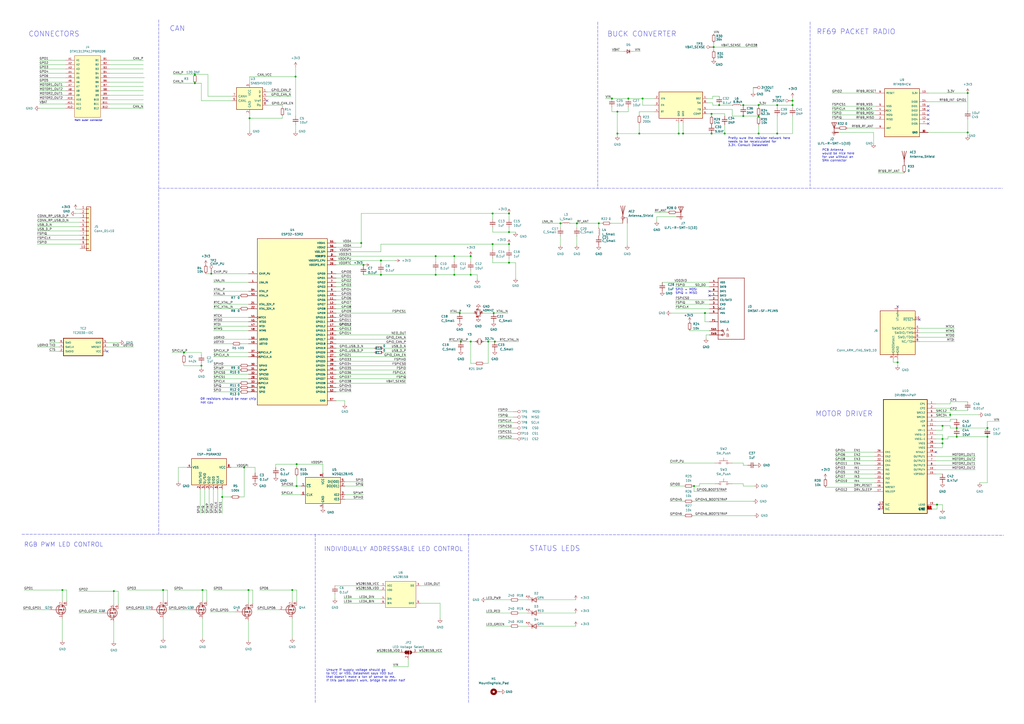
<source format=kicad_sch>
(kicad_sch (version 20211123) (generator eeschema)
  (paper "A2")
  (junction (at 665.48 171.45))
  (junction (at 551.18 240.665))
  (junction (at 561.34 53.975))
  (junction (at 393.7 77.47))
  (junction (at 431.165 67.31))
  (junction (at 554.99 248.285))
  (junction (at 572.77 253.365))
  (junction (at 171.45 44.45))
  (junction (at 267.335 198.12))
  (junction (at 770.89 140.335))
  (junction (at 144.78 68.58))
  (junction (at 762 140.335))
  (junction (at 396.24 77.47))
  (junction (at 440.055 60.96))
  (junction (at 459.74 58.42))
  (junction (at 745.49 135.89))
  (junction (at 420.37 77.47))
  (junction (at 440.055 77.47))
  (junction (at 106.68 204.47))
  (junction (at 546.735 254.635))
  (junction (at 412.75 66.04))
  (junction (at 546.735 247.015))
  (junction (at 358.14 77.47))
  (junction (at 122.555 158.75))
  (junction (at 113.03 48.26))
  (junction (at 546.735 257.175))
  (junction (at 842.645 131.445))
  (junction (at 543.56 292.735))
  (junction (at 286.385 181.61))
  (junction (at 791.21 131.445))
  (junction (at 252.73 148.59))
  (junction (at 450.85 60.96))
  (junction (at 774.7 140.335))
  (junction (at 285.75 123.825))
  (junction (at 358.14 64.77))
  (junction (at 117.475 342.265))
  (junction (at 364.49 57.15))
  (junction (at 273.05 159.385))
  (junction (at 263.525 148.59))
  (junction (at 802.005 126.365))
  (junction (at 759.46 140.335))
  (junction (at 680.72 158.75))
  (junction (at 561.34 76.835))
  (junction (at 459.74 60.96))
  (junction (at 774.7 135.89))
  (junction (at 144.145 342.265))
  (junction (at 252.73 159.385))
  (junction (at 128.905 288.29))
  (junction (at 36.195 342.265))
  (junction (at 727.075 126.365))
  (junction (at 263.525 159.385))
  (junction (at 686.435 201.295))
  (junction (at 802.005 131.445))
  (junction (at 737.87 135.89))
  (junction (at 287.02 198.12))
  (junction (at 554.99 253.365))
  (junction (at 334.645 129.54))
  (junction (at 169.545 342.265))
  (junction (at 295.275 134.62))
  (junction (at 842.645 126.365))
  (junction (at 66.04 342.9))
  (junction (at 412.75 77.47))
  (junction (at 665.48 158.75))
  (junction (at 295.275 152.4))
  (junction (at 266.7 181.61))
  (junction (at 220.98 151.13))
  (junction (at 812.165 131.445))
  (junction (at 172.085 269.24))
  (junction (at 822.325 131.445))
  (junction (at 347.345 129.54))
  (junction (at 354.965 57.15))
  (junction (at 717.55 132.715))
  (junction (at 431.165 60.96))
  (junction (at 94.615 342.265))
  (junction (at 285.75 141.605))
  (junction (at 209.55 140.97))
  (junction (at 781.685 126.365))
  (junction (at 210.82 153.67))
  (junction (at 273.05 148.59))
  (junction (at 767.08 140.335))
  (junction (at 440.055 67.31))
  (junction (at 520.7 210.185))
  (junction (at 220.98 159.385))
  (junction (at 822.325 126.365))
  (junction (at 756.92 140.335))
  (junction (at 113.03 43.18))
  (junction (at 832.485 126.365))
  (junction (at 812.165 126.365))
  (junction (at 295.275 141.605))
  (junction (at 791.21 126.365))
  (junction (at 754.38 140.335))
  (junction (at 408.94 181.61))
  (junction (at 740.41 135.89))
  (junction (at 758.19 251.46))
  (junction (at 283.21 198.12))
  (junction (at 717.55 126.365))
  (junction (at 172.085 281.94))
  (junction (at 674.37 201.295))
  (junction (at 572.77 248.285))
  (junction (at 141.605 271.145))
  (junction (at 417.195 60.96))
  (junction (at 370.84 77.47))
  (junction (at 325.12 129.54))
  (junction (at 273.05 198.12))
  (junction (at 295.275 123.825))
  (junction (at 402.59 281.94))
  (junction (at 450.85 77.47))
  (junction (at 116.84 212.09))
  (junction (at 414.02 27.305))
  (junction (at 832.485 131.445))
  (junction (at 764.54 140.335))
  (junction (at 372.745 57.15))
  (no_connect (at 538.48 71.755))
  (no_connect (at 789.94 203.835))
  (no_connect (at 538.48 69.215))
  (no_connect (at 664.845 229.235))
  (no_connect (at 538.48 66.675))
  (no_connect (at 789.94 221.615))
  (no_connect (at 520.7 177.8))
  (no_connect (at 789.94 201.295))
  (no_connect (at 692.785 231.775))
  (no_connect (at 789.94 211.455))
  (no_connect (at 789.94 196.215))
  (no_connect (at 411.48 171.45))
  (no_connect (at 154.94 58.42))
  (no_connect (at 789.94 191.135))
  (no_connect (at 789.94 173.355))
  (no_connect (at 789.94 175.895))
  (no_connect (at 789.94 178.435))
  (no_connect (at 789.94 180.975))
  (no_connect (at 789.94 183.515))
  (no_connect (at 789.94 186.055))
  (no_connect (at 789.94 188.595))
  (no_connect (at 62.23 203.835))
  (no_connect (at 789.94 219.075))
  (no_connect (at 538.48 64.135))
  (no_connect (at 692.785 234.315))
  (no_connect (at 789.94 216.535))
  (no_connect (at 538.48 61.595))
  (no_connect (at 789.94 198.755))
  (no_connect (at 789.94 193.675))
  (no_connect (at 533.4 185.42))
  (no_connect (at 509.905 295.275))
  (no_connect (at 411.48 168.91))
  (no_connect (at 542.925 262.255))
  (no_connect (at 509.905 292.735))
  (wire (pts (xy 414.02 27.305) (xy 439.42 27.305)))
  (wire (pts (xy 22.86 60.325) (xy 38.1 60.325)))
  (wire (pts (xy 653.415 159.385) (xy 653.415 158.75)))
  (wire (pts (xy 409.575 196.215) (xy 409.575 194.31)))
  (wire (pts (xy 440.055 77.47) (xy 440.055 72.39)))
  (wire (pts (xy 551.18 241.935) (xy 542.925 241.935)))
  (wire (pts (xy 561.34 64.135) (xy 561.34 53.975)))
  (wire (pts (xy 334.01 363.22) (xy 313.69 363.22)))
  (wire (pts (xy 28.575 203.835) (xy 34.29 203.835)))
  (wire (pts (xy 325.12 129.54) (xy 325.12 132.08)))
  (wire (pts (xy 410.21 63.5) (xy 424.815 63.5)))
  (wire (pts (xy 789.94 165.735) (xy 808.99 165.735)))
  (wire (pts (xy 97.155 342.265) (xy 97.155 348.615)))
  (wire (pts (xy 106.68 210.82) (xy 106.68 212.09)))
  (wire (pts (xy 121.285 283.845) (xy 121.285 297.815)))
  (wire (pts (xy 686.435 201.295) (xy 697.865 201.295)))
  (polyline (pts (xy 92.075 109.22) (xy 581.66 109.22)))
  (wire (pts (xy 172.085 269.24) (xy 187.325 269.24)))
  (wire (pts (xy 194.945 227.33) (xy 203.835 227.33)))
  (wire (pts (xy 63.5 62.865) (xy 83.185 62.865)))
  (wire (pts (xy 194.945 153.67) (xy 210.82 153.67)))
  (wire (pts (xy 194.945 146.05) (xy 220.98 146.05)))
  (wire (pts (xy 542.925 236.855) (xy 551.18 236.855)))
  (wire (pts (xy 21.59 139.065) (xy 46.355 139.065)))
  (wire (pts (xy 484.505 285.115) (xy 507.365 285.115)))
  (wire (pts (xy 113.03 43.18) (xy 120.65 43.18)))
  (wire (pts (xy 113.03 48.26) (xy 100.33 48.26)))
  (wire (pts (xy 459.74 60.96) (xy 459.74 62.23)))
  (wire (pts (xy 391.795 179.07) (xy 411.48 179.07)))
  (wire (pts (xy 713.105 175.895) (xy 726.44 175.895)))
  (wire (pts (xy 121.92 354.965) (xy 136.525 354.965)))
  (wire (pts (xy 402.59 281.94) (xy 405.765 281.94)))
  (wire (pts (xy 300.99 363.22) (xy 306.07 363.22)))
  (wire (pts (xy 553.72 190.5) (xy 533.4 190.5)))
  (wire (pts (xy 123.825 176.53) (xy 144.145 176.53)))
  (wire (pts (xy 484.505 277.495) (xy 507.365 277.495)))
  (wire (pts (xy 713.105 182.245) (xy 726.44 182.245)))
  (wire (pts (xy 745.49 249.555) (xy 745.49 251.46)))
  (wire (pts (xy 358.14 64.77) (xy 358.14 77.47)))
  (wire (pts (xy 431.165 280.67) (xy 431.165 281.94)))
  (wire (pts (xy 139.7 199.39) (xy 144.145 199.39)))
  (wire (pts (xy 126.365 283.845) (xy 126.365 297.815)))
  (wire (pts (xy 652.78 234.315) (xy 664.845 234.315)))
  (wire (pts (xy 543.56 292.735) (xy 542.925 292.735)))
  (wire (pts (xy 553.72 198.12) (xy 533.4 198.12)))
  (wire (pts (xy 144.78 44.45) (xy 144.78 48.26)))
  (wire (pts (xy 220.98 151.13) (xy 220.98 153.035)))
  (polyline (pts (xy 271.78 309.88) (xy 271.78 407.67)))
  (wire (pts (xy 381 125.73) (xy 392.43 125.73)))
  (wire (pts (xy 220.98 158.115) (xy 220.98 159.385)))
  (wire (pts (xy 767.08 140.335) (xy 770.89 140.335)))
  (wire (pts (xy 200.025 279.4) (xy 210.82 279.4)))
  (wire (pts (xy 482.6 64.135) (xy 508 64.135)))
  (wire (pts (xy 123.825 163.83) (xy 144.145 163.83)))
  (wire (pts (xy 281.94 363.22) (xy 295.91 363.22)))
  (wire (pts (xy 791.21 131.445) (xy 802.005 131.445)))
  (wire (pts (xy 300.99 347.98) (xy 306.07 347.98)))
  (wire (pts (xy 209.55 123.825) (xy 285.75 123.825)))
  (wire (pts (xy 413.385 57.15) (xy 413.385 55.88)))
  (polyline (pts (xy 12.7 309.88) (xy 582.295 310.515)))
  (wire (pts (xy 63.5 55.245) (xy 83.185 55.245)))
  (wire (pts (xy 73.025 353.695) (xy 86.995 353.695)))
  (wire (pts (xy 802.005 131.445) (xy 812.165 131.445)))
  (wire (pts (xy 540.385 295.275) (xy 543.56 295.275)))
  (wire (pts (xy 200.025 234.315) (xy 200.025 232.41)))
  (wire (pts (xy 412.75 77.47) (xy 420.37 77.47)))
  (wire (pts (xy 393.7 71.12) (xy 393.7 77.47)))
  (wire (pts (xy 36.195 342.265) (xy 36.195 348.615)))
  (wire (pts (xy 402.59 285.115) (xy 402.59 281.94)))
  (wire (pts (xy 116.84 213.36) (xy 116.84 212.09)))
  (wire (pts (xy 693.42 176.53) (xy 704.215 176.53)))
  (wire (pts (xy 38.1 55.245) (xy 22.86 55.245)))
  (wire (pts (xy 241.935 378.46) (xy 256.54 378.46)))
  (wire (pts (xy 693.42 168.91) (xy 704.215 168.91)))
  (polyline (pts (xy 346.71 12.7) (xy 346.71 109.22)))
  (wire (pts (xy 123.825 186.69) (xy 144.145 186.69)))
  (wire (pts (xy 762 140.335) (xy 764.54 140.335)))
  (wire (pts (xy 379.73 60.96) (xy 372.745 60.96)))
  (wire (pts (xy 789.94 234.315) (xy 808.99 234.315)))
  (wire (pts (xy 288.925 238.76) (xy 297.815 238.76)))
  (wire (pts (xy 63.5 34.925) (xy 83.185 34.925)))
  (wire (pts (xy 194.945 212.09) (xy 235.585 212.09)))
  (wire (pts (xy 118.745 283.845) (xy 118.745 297.815)))
  (wire (pts (xy 123.825 179.07) (xy 139.065 179.07)))
  (wire (pts (xy 285.75 141.605) (xy 285.75 144.78)))
  (wire (pts (xy 123.825 207.01) (xy 144.145 207.01)))
  (wire (pts (xy 36.195 358.775) (xy 36.195 371.475)))
  (wire (pts (xy 160.02 269.24) (xy 172.085 269.24)))
  (wire (pts (xy 160.02 271.145) (xy 160.02 269.24)))
  (wire (pts (xy 314.325 129.54) (xy 325.12 129.54)))
  (wire (pts (xy 210.82 153.67) (xy 211.455 153.67)))
  (wire (pts (xy 210.82 153.67) (xy 210.82 154.305)))
  (wire (pts (xy 295.275 152.4) (xy 285.75 152.4)))
  (wire (pts (xy 665.48 165.735) (xy 665.48 171.45)))
  (wire (pts (xy 551.18 247.015) (xy 551.18 248.285)))
  (wire (pts (xy 117.475 342.265) (xy 100.965 342.265)))
  (wire (pts (xy 313.69 347.98) (xy 334.01 347.98)))
  (wire (pts (xy 334.645 137.16) (xy 334.645 142.24)))
  (wire (pts (xy 116.84 212.09) (xy 116.84 210.82)))
  (wire (pts (xy 66.04 360.68) (xy 66.04 372.11)))
  (wire (pts (xy 38.1 40.005) (xy 22.86 40.005)))
  (wire (pts (xy 450.85 77.47) (xy 440.055 77.47)))
  (wire (pts (xy 300.99 355.6) (xy 306.07 355.6)))
  (wire (pts (xy 358.14 77.47) (xy 370.84 77.47)))
  (wire (pts (xy 38.1 52.705) (xy 22.86 52.705)))
  (wire (pts (xy 273.05 159.385) (xy 273.05 156.845)))
  (wire (pts (xy 781.685 135.89) (xy 781.685 137.795)))
  (wire (pts (xy 561.34 78.74) (xy 561.34 76.835)))
  (wire (pts (xy 295.275 134.62) (xy 295.275 132.08)))
  (wire (pts (xy 22.86 62.865) (xy 38.1 62.865)))
  (wire (pts (xy 624.84 171.45) (xy 626.11 171.45)))
  (wire (pts (xy 713.105 230.505) (xy 726.44 230.505)))
  (wire (pts (xy 194.945 158.75) (xy 203.835 158.75)))
  (wire (pts (xy 21.59 126.365) (xy 46.355 126.365)))
  (wire (pts (xy 762 140.335) (xy 762 147.955)))
  (wire (pts (xy 194.945 217.17) (xy 235.585 217.17)))
  (wire (pts (xy 94.615 358.775) (xy 94.615 370.205)))
  (wire (pts (xy 123.825 168.91) (xy 144.145 168.91)))
  (wire (pts (xy 704.85 219.075) (xy 726.44 219.075)))
  (wire (pts (xy 38.1 37.465) (xy 22.86 37.465)))
  (wire (pts (xy 520.7 210.185) (xy 520.7 212.09)))
  (wire (pts (xy 410.21 59.69) (xy 413.385 59.69)))
  (wire (pts (xy 45.72 355.6) (xy 58.42 355.6)))
  (wire (pts (xy 194.945 161.29) (xy 203.835 161.29)))
  (wire (pts (xy 749.3 147.955) (xy 749.3 140.335)))
  (wire (pts (xy 194.945 143.51) (xy 209.55 143.51)))
  (wire (pts (xy 459.74 56.515) (xy 459.74 58.42)))
  (wire (pts (xy 774.7 135.89) (xy 781.685 135.89)))
  (wire (pts (xy 220.98 141.605) (xy 285.75 141.605)))
  (wire (pts (xy 106.68 204.47) (xy 116.84 204.47)))
  (wire (pts (xy 789.94 241.935) (xy 808.99 241.935)))
  (wire (pts (xy 789.94 208.915) (xy 809.625 208.915)))
  (wire (pts (xy 295.275 141.605) (xy 295.275 144.78)))
  (wire (pts (xy 21.59 141.605) (xy 46.355 141.605)))
  (wire (pts (xy 774.7 140.335) (xy 774.7 147.955)))
  (wire (pts (xy 388.62 281.94) (xy 396.875 281.94)))
  (wire (pts (xy 287.02 198.12) (xy 283.21 198.12)))
  (wire (pts (xy 120.65 55.88) (xy 134.62 55.88)))
  (wire (pts (xy 38.1 47.625) (xy 22.86 47.625)))
  (wire (pts (xy 450.85 67.31) (xy 450.85 77.47)))
  (wire (pts (xy 99.695 204.47) (xy 106.68 204.47)))
  (wire (pts (xy 141.605 271.145) (xy 147.955 271.145)))
  (wire (pts (xy 396.24 77.47) (xy 393.7 77.47)))
  (wire (pts (xy 758.19 251.46) (xy 758.19 254)))
  (wire (pts (xy 63.5 42.545) (xy 83.185 42.545)))
  (wire (pts (xy 551.18 248.285) (xy 554.99 248.285)))
  (wire (pts (xy 413.385 60.96) (xy 417.195 60.96)))
  (wire (pts (xy 770.89 140.335) (xy 774.7 140.335)))
  (wire (pts (xy 275.59 210.82) (xy 273.05 210.82)))
  (wire (pts (xy 717.55 132.715) (xy 717.55 135.255)))
  (wire (pts (xy 123.825 171.45) (xy 139.065 171.45)))
  (wire (pts (xy 128.905 288.29) (xy 128.905 297.815)))
  (wire (pts (xy 364.49 64.77) (xy 364.49 62.23)))
  (wire (pts (xy 354.965 64.77) (xy 354.965 62.23)))
  (wire (pts (xy 354.965 29.845) (xy 361.95 29.845)))
  (wire (pts (xy 364.49 57.15) (xy 372.745 57.15)))
  (wire (pts (xy 551.18 233.045) (xy 561.34 233.045)))
  (wire (pts (xy 542.925 249.555) (xy 546.735 249.555)))
  (wire (pts (xy 484.505 262.255) (xy 507.365 262.255)))
  (wire (pts (xy 440.055 60.96) (xy 440.055 62.23)))
  (wire (pts (xy 334.01 355.6) (xy 313.69 355.6)))
  (wire (pts (xy 542.925 254.635) (xy 546.735 254.635)))
  (wire (pts (xy 194.31 339.725) (xy 220.98 339.725)))
  (wire (pts (xy 144.145 360.045) (xy 144.145 371.475)))
  (wire (pts (xy 484.505 264.795) (xy 507.365 264.795)))
  (wire (pts (xy 420.37 72.39) (xy 420.37 77.47)))
  (wire (pts (xy 280.67 210.82) (xy 283.21 210.82)))
  (wire (pts (xy 123.825 196.85) (xy 144.145 196.85)))
  (wire (pts (xy 561.34 69.215) (xy 561.34 76.835)))
  (wire (pts (xy 286.385 181.61) (xy 280.035 181.61)))
  (wire (pts (xy 409.575 194.31) (xy 411.48 194.31)))
  (wire (pts (xy 542.925 239.395) (xy 551.18 239.395)))
  (wire (pts (xy 624.84 179.07) (xy 624.84 171.45)))
  (wire (pts (xy 168.91 55.88) (xy 154.94 55.88)))
  (wire (pts (xy 809.625 206.375) (xy 789.94 206.375)))
  (wire (pts (xy 791.21 126.365) (xy 802.005 126.365)))
  (wire (pts (xy 68.58 342.9) (xy 68.58 350.52)))
  (wire (pts (xy 554.99 253.365) (xy 572.77 253.365)))
  (wire (pts (xy 123.825 204.47) (xy 144.145 204.47)))
  (wire (pts (xy 484.505 274.955) (xy 507.365 274.955)))
  (wire (pts (xy 789.94 158.115) (xy 793.75 158.115)))
  (wire (pts (xy 693.42 171.45) (xy 704.215 171.45)))
  (wire (pts (xy 38.1 45.085) (xy 22.86 45.085)))
  (wire (pts (xy 813.435 161.29) (xy 833.12 161.29)))
  (wire (pts (xy 123.825 222.25) (xy 139.065 222.25)))
  (wire (pts (xy 482.6 61.595) (xy 508 61.595)))
  (wire (pts (xy 169.545 358.775) (xy 169.545 370.205)))
  (wire (pts (xy 194.945 186.69) (xy 203.835 186.69)))
  (wire (pts (xy 194.945 219.71) (xy 235.585 219.71)))
  (wire (pts (xy 163.83 62.23) (xy 163.83 60.96)))
  (wire (pts (xy 549.91 253.365) (xy 549.91 254.635)))
  (wire (pts (xy 172.085 269.24) (xy 172.085 271.145)))
  (wire (pts (xy 420.37 67.31) (xy 420.37 66.04)))
  (wire (pts (xy 842.645 131.445) (xy 842.645 135.255)))
  (wire (pts (xy 171.45 38.735) (xy 171.45 44.45)))
  (wire (pts (xy 781.685 126.365) (xy 791.21 126.365)))
  (wire (pts (xy 276.86 161.925) (xy 276.86 159.385)))
  (wire (pts (xy 222.25 204.47) (xy 235.585 204.47)))
  (wire (pts (xy 759.46 140.335) (xy 762 140.335)))
  (wire (pts (xy 789.94 155.575) (xy 793.75 155.575)))
  (wire (pts (xy 66.04 342.9) (xy 66.04 350.52)))
  (wire (pts (xy 106.68 204.47) (xy 106.68 205.74)))
  (wire (pts (xy 520.7 208.28) (xy 520.7 210.185)))
  (wire (pts (xy 400.05 191.77) (xy 411.48 191.77)))
  (wire (pts (xy 285.75 141.605) (xy 295.275 141.605)))
  (wire (pts (xy 120.65 43.18) (xy 120.65 55.88)))
  (wire (pts (xy 381 128.27) (xy 381 125.73)))
  (wire (pts (xy 737.87 135.89) (xy 740.41 135.89)))
  (wire (pts (xy 194.945 166.37) (xy 203.835 166.37)))
  (wire (pts (xy 774.7 135.89) (xy 774.7 140.335)))
  (wire (pts (xy 210.82 159.385) (xy 220.98 159.385)))
  (wire (pts (xy 144.78 68.58) (xy 163.83 68.58)))
  (wire (pts (xy 123.825 224.79) (xy 139.065 224.79)))
  (wire (pts (xy 21.59 133.985) (xy 46.355 133.985)))
  (wire (pts (xy 163.195 281.94) (xy 172.085 281.94)))
  (wire (pts (xy 440.055 60.96) (xy 450.85 60.96)))
  (wire (pts (xy 549.91 253.365) (xy 554.99 253.365)))
  (wire (pts (xy 263.525 148.59) (xy 263.525 151.765)))
  (wire (pts (xy 542.925 272.415) (xy 565.785 272.415)))
  (wire (pts (xy 693.42 179.07) (xy 704.215 179.07)))
  (wire (pts (xy 147.955 271.145) (xy 147.955 274.32)))
  (wire (pts (xy 424.815 63.5) (xy 424.815 67.31)))
  (wire (pts (xy 686.435 201.295) (xy 683.26 201.295)))
  (wire (pts (xy 700.405 229.235) (xy 692.785 229.235)))
  (wire (pts (xy 66.04 342.9) (xy 68.58 342.9)))
  (wire (pts (xy 21.59 131.445) (xy 46.355 131.445)))
  (wire (pts (xy 288.925 254.635) (xy 297.815 254.635)))
  (wire (pts (xy 168.91 53.34) (xy 154.94 53.34)))
  (wire (pts (xy 283.21 198.12) (xy 280.67 198.12)))
  (wire (pts (xy 789.94 239.395) (xy 808.99 239.395)))
  (wire (pts (xy 194.945 209.55) (xy 235.585 209.55)))
  (wire (pts (xy 13.335 353.695) (xy 28.575 353.695)))
  (wire (pts (xy 116.205 283.845) (xy 116.205 297.815)))
  (wire (pts (xy 546.735 259.715) (xy 546.735 257.175)))
  (wire (pts (xy 832.485 126.365) (xy 842.645 126.365)))
  (wire (pts (xy 391.795 173.99) (xy 411.48 173.99)))
  (wire (pts (xy 665.48 158.75) (xy 665.48 160.655)))
  (wire (pts (xy 484.505 272.415) (xy 507.365 272.415)))
  (wire (pts (xy 789.94 236.855) (xy 808.99 236.855)))
  (wire (pts (xy 482.6 53.975) (xy 508 53.975)))
  (wire (pts (xy 391.795 176.53) (xy 411.48 176.53)))
  (wire (pts (xy 431.165 60.96) (xy 440.055 60.96)))
  (wire (pts (xy 484.505 280.035) (xy 507.365 280.035)))
  (wire (pts (xy 542.925 257.175) (xy 546.735 257.175)))
  (wire (pts (xy 288.925 241.935) (xy 297.815 241.935)))
  (wire (pts (xy 842.645 123.825) (xy 842.645 126.365)))
  (wire (pts (xy 781.685 126.365) (xy 774.7 126.365)))
  (wire (pts (xy 260.985 181.61) (xy 266.7 181.61)))
  (wire (pts (xy 163.83 60.96) (xy 154.94 60.96)))
  (wire (pts (xy 358.14 78.74) (xy 358.14 77.47)))
  (wire (pts (xy 172.085 342.265) (xy 172.085 348.615)))
  (wire (pts (xy 789.94 213.995) (xy 819.15 213.995)))
  (wire (pts (xy 106.68 212.09) (xy 116.84 212.09)))
  (wire (pts (xy 663.575 201.295) (xy 674.37 201.295)))
  (wire (pts (xy 813.435 151.765) (xy 833.12 151.765)))
  (wire (pts (xy 334.645 132.08) (xy 334.645 129.54)))
  (wire (pts (xy 194.945 140.97) (xy 209.55 140.97)))
  (wire (pts (xy 273.05 210.82) (xy 273.05 198.12)))
  (wire (pts (xy 518.16 210.185) (xy 520.7 210.185)))
  (wire (pts (xy 194.945 207.01) (xy 235.585 207.01)))
  (wire (pts (xy 551.18 243.205) (xy 554.99 243.205)))
  (wire (pts (xy 542.925 269.875) (xy 565.785 269.875)))
  (wire (pts (xy 553.72 193.04) (xy 533.4 193.04)))
  (wire (pts (xy 358.14 64.77) (xy 364.49 64.77)))
  (wire (pts (xy 372.745 57.15) (xy 379.73 57.15)))
  (wire (pts (xy 144.145 342.265) (xy 146.685 342.265)))
  (wire (pts (xy 551.18 240.665) (xy 551.18 241.935)))
  (wire (pts (xy 139.065 288.29) (xy 141.605 288.29)))
  (wire (pts (xy 740.41 135.89) (xy 745.49 135.89)))
  (wire (pts (xy 123.825 283.845) (xy 123.825 297.815)))
  (wire (pts (xy 194.945 191.77) (xy 203.835 191.77)))
  (wire (pts (xy 194.945 173.99) (xy 203.835 173.99)))
  (polyline (pts (xy 92.075 11.43) (xy 92.075 309.88)))
  (wire (pts (xy 194.945 194.31) (xy 235.585 194.31)))
  (wire (pts (xy 218.44 378.46) (xy 231.775 378.46)))
  (wire (pts (xy 424.815 67.31) (xy 431.165 67.31)))
  (wire (pts (xy 674.37 201.295) (xy 678.18 201.295)))
  (wire (pts (xy 713.105 178.435) (xy 726.44 178.435)))
  (wire (pts (xy 220.98 141.605) (xy 220.98 146.05)))
  (wire (pts (xy 285.75 123.825) (xy 295.275 123.825)))
  (wire (pts (xy 389.255 181.61) (xy 408.94 181.61)))
  (wire (pts (xy 482.6 66.675) (xy 508 66.675)))
  (polyline (pts (xy 469.9 12.7) (xy 469.9 109.22)))
  (wire (pts (xy 97.79 353.695) (xy 109.855 353.695)))
  (wire (pts (xy 255.27 349.885) (xy 255.27 358.775)))
  (wire (pts (xy 187.325 269.24) (xy 187.325 274.32)))
  (wire (pts (xy 420.37 66.04) (xy 412.75 66.04)))
  (wire (pts (xy 43.815 121.285) (xy 46.355 121.285)))
  (wire (pts (xy 169.545 342.265) (xy 172.085 342.265)))
  (wire (pts (xy 63.5 57.785) (xy 83.185 57.785)))
  (wire (pts (xy 379.73 123.19) (xy 387.35 123.19)))
  (wire (pts (xy 396.24 71.12) (xy 396.24 77.47)))
  (wire (pts (xy 450.85 60.96) (xy 459.74 60.96)))
  (wire (pts (xy 717.55 131.445) (xy 717.55 132.715)))
  (wire (pts (xy 789.94 168.275) (xy 808.99 168.275)))
  (wire (pts (xy 431.165 269.875) (xy 431.165 268.605)))
  (wire (pts (xy 551.18 236.855) (xy 551.18 238.125)))
  (wire (pts (xy 802.005 126.365) (xy 812.165 126.365)))
  (wire (pts (xy 260.35 198.12) (xy 267.335 198.12)))
  (wire (pts (xy 194.945 179.07) (xy 203.835 179.07)))
  (wire (pts (xy 424.815 268.605) (xy 431.165 268.605)))
  (wire (pts (xy 123.825 184.15) (xy 144.145 184.15)))
  (wire (pts (xy 354.33 129.54) (xy 361.315 129.54)))
  (wire (pts (xy 163.195 287.02) (xy 174.625 287.02)))
  (wire (pts (xy 200.025 287.02) (xy 210.82 287.02)))
  (wire (pts (xy 141.605 288.29) (xy 141.605 271.145)))
  (wire (pts (xy 28.575 198.755) (xy 34.29 198.755)))
  (wire (pts (xy 146.685 342.265) (xy 146.685 349.885)))
  (wire (pts (xy 759.46 140.335) (xy 759.46 147.955)))
  (wire (pts (xy 144.145 342.265) (xy 144.145 349.885)))
  (wire (pts (xy 459.74 58.42) (xy 459.74 60.96)))
  (wire (pts (xy 117.475 342.265) (xy 120.015 342.265)))
  (wire (pts (xy 551.18 238.125) (xy 561.34 238.125)))
  (wire (pts (xy 299.085 134.62) (xy 295.275 134.62)))
  (wire (pts (xy 38.735 348.615) (xy 38.735 342.265)))
  (wire (pts (xy 680.72 156.845) (xy 680.72 158.75)))
  (wire (pts (xy 411.48 186.69) (xy 408.94 186.69)))
  (wire (pts (xy 770.89 140.335) (xy 770.89 147.955)))
  (wire (pts (xy 116.84 204.47) (xy 116.84 205.74)))
  (wire (pts (xy 754.38 140.335) (xy 756.92 140.335)))
  (wire (pts (xy 194.945 148.59) (xy 252.73 148.59)))
  (wire (pts (xy 764.54 140.335) (xy 764.54 147.955)))
  (wire (pts (xy 194.945 201.93) (xy 217.17 201.93)))
  (wire (pts (xy 209.55 123.825) (xy 209.55 140.97)))
  (wire (pts (xy 103.505 279.4) (xy 103.505 271.145)))
  (wire (pts (xy 546.735 295.275) (xy 546.735 292.735)))
  (wire (pts (xy 665.48 158.75) (xy 680.72 158.75)))
  (wire (pts (xy 789.94 224.155) (xy 808.99 224.155)))
  (wire (pts (xy 506.73 83.185) (xy 506.73 76.835)))
  (wire (pts (xy 554.99 248.285) (xy 572.77 248.285)))
  (wire (pts (xy 119.38 158.75) (xy 122.555 158.75)))
  (wire (pts (xy 354.965 57.15) (xy 364.49 57.15)))
  (wire (pts (xy 63.5 50.165) (xy 83.185 50.165)))
  (wire (pts (xy 401.955 299.085) (xy 437.515 299.085)))
  (wire (pts (xy 220.98 151.13) (xy 229.235 151.13)))
  (wire (pts (xy 372.745 57.15) (xy 372.745 60.96)))
  (wire (pts (xy 367.03 29.845) (xy 371.475 29.845)))
  (wire (pts (xy 396.24 77.47) (xy 412.75 77.47)))
  (wire (pts (xy 194.945 204.47) (xy 217.17 204.47)))
  (wire (pts (xy 379.73 64.77) (xy 370.84 64.77)))
  (wire (pts (xy 756.92 140.335) (xy 756.92 147.955)))
  (wire (pts (xy 21.59 136.525) (xy 46.355 136.525)))
  (wire (pts (xy 538.48 76.835) (xy 561.34 76.835)))
  (wire (pts (xy 295.275 123.825) (xy 295.275 127)))
  (wire (pts (xy 412.75 66.04) (xy 410.21 66.04)))
  (wire (pts (xy 194.945 189.23) (xy 203.835 189.23)))
  (wire (pts (xy 171.45 44.45) (xy 144.78 44.45)))
  (wire (pts (xy 414.02 29.21) (xy 414.02 27.305)))
  (wire (pts (xy 402.59 285.115) (xy 421.64 285.115)))
  (wire (pts (xy 199.39 347.345) (xy 220.98 347.345)))
  (wire (pts (xy 347.345 129.54) (xy 334.645 129.54)))
  (wire (pts (xy 120.015 342.265) (xy 120.015 348.615)))
  (wire (pts (xy 459.74 67.31) (xy 459.74 77.47)))
  (wire (pts (xy 700.405 238.76) (xy 700.405 229.235)))
  (wire (pts (xy 62.23 201.295) (xy 77.47 201.295)))
  (wire (pts (xy 144.78 68.58) (xy 144.78 76.2)))
  (wire (pts (xy 288.925 245.11) (xy 297.815 245.11)))
  (wire (pts (xy 745.49 147.955) (xy 745.49 135.89)))
  (wire (pts (xy 295.275 134.62) (xy 285.75 134.62)))
  (wire (pts (xy 243.84 339.725) (xy 255.27 339.725)))
  (wire (pts (xy 764.54 140.335) (xy 767.08 140.335)))
  (wire (pts (xy 542.925 267.335) (xy 565.785 267.335)))
  (wire (pts (xy 713.105 167.005) (xy 726.44 167.005)))
  (wire (pts (xy 812.165 131.445) (xy 822.325 131.445)))
  (wire (pts (xy 408.94 186.69) (xy 408.94 181.61)))
  (wire (pts (xy 665.48 171.45) (xy 668.02 171.45)))
  (wire (pts (xy 542.925 234.315) (xy 551.18 234.315)))
  (wire (pts (xy 717.55 132.715) (xy 727.075 132.715)))
  (wire (pts (xy 22.86 57.785) (xy 38.1 57.785)))
  (wire (pts (xy 756.92 140.335) (xy 759.46 140.335)))
  (wire (pts (xy 295.275 152.4) (xy 295.275 149.86)))
  (wire (pts (xy 713.105 170.815) (xy 726.44 170.815)))
  (wire (pts (xy 546.735 254.635) (xy 546.735 257.175)))
  (wire (pts (xy 636.27 171.45) (xy 647.065 171.45)))
  (wire (pts (xy 812.165 126.365) (xy 822.325 126.365)))
  (wire (pts (xy 117.475 342.265) (xy 117.475 348.615)))
  (wire (pts (xy 789.94 229.235) (xy 808.99 229.235)))
  (wire (pts (xy 740.41 135.89) (xy 740.41 147.955)))
  (wire (pts (xy 727.075 132.715) (xy 727.075 131.445)))
  (wire (pts (xy 572.77 244.475) (xy 572.77 248.285)))
  (wire (pts (xy 680.72 158.75) (xy 680.72 163.83)))
  (wire (pts (xy 325.12 137.16) (xy 325.12 142.24)))
  (wire (pts (xy 749.3 140.335) (xy 754.38 140.335)))
  (wire (pts (xy 285.75 132.08) (xy 285.75 134.62)))
  (wire (pts (xy 227.965 386.715) (xy 236.855 386.715)))
  (wire (pts (xy 551.18 239.395) (xy 551.18 240.665)))
  (wire (pts (xy 133.985 271.145) (xy 141.605 271.145)))
  (wire (pts (xy 43.815 123.825) (xy 46.355 123.825)))
  (wire (pts (xy 194.945 168.91) (xy 203.835 168.91)))
  (wire (pts (xy 793.75 158.115) (xy 793.75 161.29)))
  (wire (pts (xy 401.955 290.83) (xy 436.88 290.83)))
  (wire (pts (xy 273.05 159.385) (xy 263.525 159.385)))
  (wire (pts (xy 822.325 131.445) (xy 832.485 131.445)))
  (wire (pts (xy 546.735 249.555) (xy 546.735 247.015)))
  (wire (pts (xy 429.895 60.96) (xy 431.165 60.96)))
  (wire (pts (xy 128.905 283.845) (xy 128.905 288.29)))
  (wire (pts (xy 299.085 152.4) (xy 295.275 152.4)))
  (wire (pts (xy 252.73 148.59) (xy 263.525 148.59)))
  (wire (pts (xy 546.735 247.015) (xy 551.18 247.015)))
  (wire (pts (xy 713.105 173.355) (xy 726.44 173.355)))
  (wire (pts (xy 551.18 234.315) (xy 551.18 233.045)))
  (wire (pts (xy 758.19 249.555) (xy 758.19 251.46)))
  (wire (pts (xy 737.87 135.89) (xy 737.87 147.955)))
  (wire (pts (xy 144.78 66.04) (xy 144.78 68.58)))
  (wire (pts (xy 144.145 342.265) (xy 123.825 342.265)))
  (wire (pts (xy 123.825 214.63) (xy 139.065 214.63)))
  (wire (pts (xy 116.84 58.42) (xy 134.62 58.42)))
  (wire (pts (xy 123.825 199.39) (xy 134.62 199.39)))
  (wire (pts (xy 551.18 240.665) (xy 567.69 240.665)))
  (wire (pts (xy 384.175 163.83) (xy 411.48 163.83)))
  (wire (pts (xy 263.525 148.59) (xy 273.05 148.59)))
  (wire (pts (xy 117.475 358.775) (xy 117.475 370.205)))
  (wire (pts (xy 100.33 43.18) (xy 113.03 43.18)))
  (wire (pts (xy 200.025 232.41) (xy 194.945 232.41)))
  (wire (pts (xy 149.225 353.695) (xy 161.925 353.695)))
  (wire (pts (xy 123.825 189.23) (xy 144.145 189.23)))
  (wire (pts (xy 431.165 66.675) (xy 431.165 67.31)))
  (wire (pts (xy 417.195 60.96) (xy 424.815 60.96)))
  (wire (pts (xy 431.165 61.595) (xy 431.165 60.96)))
  (wire (pts (xy 283.21 210.82) (xy 283.21 198.12)))
  (wire (pts (xy 572.77 280.035) (xy 568.325 280.035)))
  (wire (pts (xy 163.83 68.58) (xy 163.83 67.31)))
  (wire (pts (xy 172.085 276.225) (xy 172.085 281.94)))
  (wire (pts (xy 391.795 166.37) (xy 411.48 166.37)))
  (wire (pts (xy 538.48 53.975) (xy 561.34 53.975)))
  (wire (pts (xy 431.165 67.31) (xy 440.055 67.31)))
  (wire (pts (xy 793.75 151.765) (xy 808.355 151.765)))
  (wire (pts (xy 410.21 57.15) (xy 413.385 57.15)))
  (wire (pts (xy 370.84 77.47) (xy 393.7 77.47)))
  (wire (pts (xy 285.75 123.825) (xy 285.75 127)))
  (wire (pts (xy 236.855 386.715) (xy 236.855 382.27)))
  (wire (pts (xy 171.45 72.39) (xy 171.45 76.2)))
  (wire (pts (xy 123.825 217.17) (xy 144.145 217.17)))
  (wire (pts (xy 38.735 342.265) (xy 36.195 342.265)))
  (wire (pts (xy 116.84 48.26) (xy 113.03 48.26)))
  (wire (pts (xy 94.615 342.265) (xy 73.66 342.265)))
  (wire (pts (xy 509.27 100.33) (xy 524.51 100.33)))
  (wire (pts (xy 542.925 264.795) (xy 565.785 264.795)))
  (wire (pts (xy 194.945 184.15) (xy 203.835 184.15)))
  (wire (pts (xy 652.78 231.775) (xy 664.845 231.775)))
  (wire (pts (xy 122.555 158.75) (xy 144.145 158.75)))
  (wire (pts (xy 656.59 176.53) (xy 668.02 176.53)))
  (wire (pts (xy 252.73 148.59) (xy 252.73 151.765)))
  (wire (pts (xy 420.37 77.47) (xy 440.055 77.47)))
  (wire (pts (xy 793.75 161.29) (xy 808.355 161.29)))
  (wire (pts (xy 273.05 198.12) (xy 275.59 198.12)))
  (wire (pts (xy 123.825 212.09) (xy 139.065 212.09)))
  (wire (pts (xy 680.72 206.375) (xy 680.72 203.835)))
  (wire (pts (xy 222.25 201.93) (xy 235.585 201.93)))
  (wire (pts (xy 21.59 201.295) (xy 34.29 201.295)))
  (wire (pts (xy 172.085 281.94) (xy 174.625 281.94)))
  (wire (pts (xy 793.75 155.575) (xy 793.75 151.765)))
  (wire (pts (xy 745.49 135.89) (xy 745.49 126.365)))
  (wire (pts (xy 388.62 299.085) (xy 396.875 299.085)))
  (wire (pts (xy 243.84 349.885) (xy 255.27 349.885)))
  (wire (pts (xy 354.965 64.77) (xy 358.14 64.77)))
  (wire (pts (xy 194.945 199.39) (xy 235.585 199.39)))
  (wire (pts (xy 122.555 158.115) (xy 122.555 158.75)))
  (wire (pts (xy 194.945 151.13) (xy 220.98 151.13)))
  (polyline (pts (xy 182.88 309.88) (xy 182.88 407.67)))
  (wire (pts (xy 36.195 342.265) (xy 13.97 342.265)))
  (wire (pts (xy 413.385 55.88) (xy 417.195 55.88)))
  (wire (pts (xy 789.94 226.695) (xy 808.99 226.695)))
  (wire (pts (xy 103.505 271.145) (xy 108.585 271.145)))
  (wire (pts (xy 38.1 34.925) (xy 22.86 34.925)))
  (wire (pts (xy 209.55 143.51) (xy 209.55 140.97)))
  (wire (pts (xy 484.505 267.335) (xy 507.365 267.335)))
  (wire (pts (xy 285.75 149.86) (xy 285.75 152.4)))
  (wire (pts (xy 63.5 37.465) (xy 83.185 37.465)))
  (wire (pts (xy 538.48 59.055) (xy 560.705 59.055)))
  (wire (pts (xy 478.79 282.575) (xy 507.365 282.575)))
  (wire (pts (xy 123.825 227.33) (xy 139.065 227.33)))
  (wire (pts (xy 288.925 251.46) (xy 297.815 251.46)))
  (wire (pts (xy 542.925 244.475) (xy 551.18 244.475)))
  (wire (pts (xy 206.375 342.265) (xy 220.98 342.265)))
  (wire (pts (xy 194.945 163.83) (xy 203.835 163.83)))
  (wire (pts (xy 62.23 198.755) (xy 69.215 198.755)))
  (wire (pts (xy 263.525 156.845) (xy 263.525 159.385)))
  (wire (pts (xy 401.955 281.94) (xy 402.59 281.94)))
  (wire (pts (xy 717.55 123.825) (xy 717.55 126.365)))
  (wire (pts (xy 200.025 281.94) (xy 210.82 281.94)))
  (wire (pts (xy 194.945 214.63) (xy 235.585 214.63)))
  (wire (pts (xy 754.38 140.335) (xy 754.38 147.955)))
  (wire (pts (xy 63.5 40.005) (xy 83.185 40.005)))
  (wire (pts (xy 128.905 288.29) (xy 133.985 288.29)))
  (wire (pts (xy 551.18 244.475) (xy 551.18 243.205)))
  (wire (pts (xy 781.685 131.445) (xy 791.21 131.445)))
  (wire (pts (xy 123.825 219.71) (xy 144.145 219.71)))
  (wire (pts (xy 199.39 349.885) (xy 220.98 349.885)))
  (wire (pts (xy 171.45 67.31) (xy 171.45 44.45)))
  (wire (pts (xy 194.31 344.805) (xy 194.31 347.345)))
  (wire (pts (xy 63.5 60.325) (xy 83.185 60.325)))
  (wire (pts (xy 405.765 280.67) (xy 414.655 280.67)))
  (wire (pts (xy 334.645 129.54) (xy 330.835 129.54)))
  (wire (pts (xy 325.12 129.54) (xy 325.755 129.54)))
  (wire (pts (xy 491.49 74.295) (xy 508 74.295)))
  (wire (pts (xy 288.925 248.285) (xy 297.815 248.285)))
  (wire (pts (xy 774.7 126.365) (xy 774.7 135.89)))
  (wire (pts (xy 546.735 252.095) (xy 546.735 254.635)))
  (wire (pts (xy 413.385 59.69) (xy 413.385 60.96)))
  (wire (pts (xy 727.075 135.89) (xy 737.87 135.89)))
  (wire (pts (xy 408.94 181.61) (xy 411.48 181.61)))
  (wire (pts (xy 123.825 191.77) (xy 144.145 191.77)))
  (wire (pts (xy 388.62 268.605) (xy 414.655 268.605)))
  (wire (pts (xy 351.155 57.15) (xy 354.965 57.15)))
  (wire (pts (xy 267.335 198.12) (xy 273.05 198.12)))
  (wire (pts (xy 194.945 224.79) (xy 203.835 224.79)))
  (wire (pts (xy 38.1 50.165) (xy 22.86 50.165)))
  (wire (pts (xy 727.075 137.795) (xy 727.075 135.89)))
  (wire (pts (xy 63.5 47.625) (xy 83.185 47.625)))
  (wire (pts (xy 286.385 181.61) (xy 294.64 181.61)))
  (wire (pts (xy 727.075 126.365) (xy 717.55 126.365)))
  (wire (pts (xy 653.415 158.75) (xy 665.48 158.75)))
  (wire (pts (xy 299.085 161.29) (xy 299.085 152.4)))
  (wire (pts (xy 347.345 129.54) (xy 349.25 129.54)))
  (wire (pts (xy 370.84 71.755) (xy 370.84 77.47)))
  (wire (pts (xy 431.165 281.94) (xy 437.515 281.94)))
  (wire (pts (xy 424.815 280.67) (xy 431.165 280.67)))
  (wire (pts (xy 281.94 355.6) (xy 295.91 355.6)))
  (wire (pts (xy 542.925 247.015) (xy 546.735 247.015)))
  (wire (pts (xy 745.49 126.365) (xy 727.075 126.365)))
  (wire (pts (xy 220.98 159.385) (xy 252.73 159.385)))
  (wire (pts (xy 767.08 140.335) (xy 767.08 147.955)))
  (wire (pts (xy 518.16 208.28) (xy 518.16 210.185)))
  (wire (pts (xy 405.765 281.94) (xy 405.765 280.67)))
  (wire (pts (xy 572.77 253.365) (xy 572.77 280.035)))
  (wire (pts (xy 542.925 274.955) (xy 546.735 274.955)))
  (wire (pts (xy 252.73 156.845) (xy 252.73 159.385)))
  (wire (pts (xy 287.02 198.12) (xy 300.99 198.12)))
  (wire (pts (xy 194.945 171.45) (xy 203.835 171.45)))
  (wire (pts (xy 200.025 289.56) (xy 210.82 289.56)))
  (wire (pts (xy 482.6 69.215) (xy 508 69.215)))
  (wire (pts (xy 433.705 269.875) (xy 431.165 269.875)))
  (wire (pts (xy 194.945 181.61) (xy 235.585 181.61)))
  (wire (pts (xy 450.85 60.96) (xy 450.85 62.23)))
  (wire (pts (xy 169.545 342.265) (xy 150.495 342.265)))
  (wire (pts (xy 713.105 206.375) (xy 726.44 206.375)))
  (wire (pts (xy 116.84 58.42) (xy 116.84 48.26)))
  (wire (pts (xy 194.945 196.85) (xy 235.585 196.85)))
  (wire (pts (xy 363.855 129.54) (xy 363.855 142.24)))
  (wire (pts (xy 543.56 295.275) (xy 543.56 292.735)))
  (wire (pts (xy 94.615 342.265) (xy 94.615 348.615)))
  (wire (pts (xy 263.525 159.385) (xy 252.73 159.385)))
  (wire (pts (xy 273.05 148.59) (xy 273.05 151.765)))
  (wire (pts (xy 546.735 292.735) (xy 543.56 292.735)))
  (wire (pts (xy 652.145 171.45) (xy 665.48 171.45)))
  (wire (pts (xy 553.72 195.58) (xy 533.4 195.58)))
  (wire (pts (xy 388.62 290.83) (xy 396.875 290.83)))
  (wire (pts (xy 94.615 342.265) (xy 97.155 342.265)))
  (wire (pts (xy 713.105 201.295) (xy 726.44 201.295)))
  (wire (pts (xy 194.945 222.25) (xy 235.585 222.25)))
  (wire (pts (xy 169.545 348.615) (xy 169.545 342.265)))
  (wire (pts (xy 276.86 159.385) (xy 273.05 159.385)))
  (wire (pts (xy 63.5 45.085) (xy 83.82 45.085)))
  (wire (pts (xy 266.7 181.61) (xy 274.955 181.61)))
  (wire (pts (xy 832.485 131.445) (xy 842.645 131.445)))
  (wire (pts (xy 414.02 27.305) (xy 414.02 24.765)))
  (wire (pts (xy 66.04 342.9) (xy 45.72 342.9)))
  (wire (pts (xy 713.105 233.045) (xy 726.44 233.045)))
  (wire (pts (xy 436.88 50.8) (xy 436.88 53.34)))
  (wire (pts (xy 506.73 76.835) (xy 486.41 76.835)))
  (wire (pts (xy 412.75 66.04) (xy 412.75 67.31)))
  (wire (pts (xy 459.74 77.47) (xy 450.85 77.47)))
  (wire (pts (xy 63.5 52.705) (xy 83.185 52.705)))
  (wire (pts (xy 194.945 176.53) (xy 203.835 176.53)))
  (wire (pts (xy 542.925 252.095) (xy 546.735 252.095)))
  (wire (pts (xy 745.49 251.46) (xy 758.19 251.46)))
  (wire (pts (xy 281.94 347.98) (xy 295.91 347.98)))
  (wire (pts (xy 542.925 259.715) (xy 546.735 259.715)))
  (wire (pts (xy 38.1 42.545) (xy 22.86 42.545)))
  (wire (pts (xy 822.325 126.365) (xy 832.485 126.365)))
  (wire (pts (xy 546.735 254.635) (xy 549.91 254.635)))
  (wire (pts (xy 21.59 128.905) (xy 46.355 128.905)))
  (wire (pts (xy 579.755 244.475) (xy 572.77 244.475)))
  (wire (pts (xy 484.505 269.875) (xy 507.365 269.875)))
  (wire (pts (xy 347.345 132.08) (xy 347.345 129.54)))
  (wire (pts (xy 789.94 170.815) (xy 808.99 170.815)))
  (wire (pts (xy 370.84 64.77) (xy 370.84 66.675)))
  (text "PCB Antenna\nwould be nice here\nfor use without an\nSMA connector" (at 476.885 93.98 0) (effects (font (size 1.27 1.27)) (justify left bottom)))
  (text "Unsure if supply voltage should go \nto VCC or VDD. Datasheet says VDD but\nthat doesn't make a ton of sense to me.\nIf this part doesn't work, bridge the other half" (at 189.23 395.605 0) (effects (font (size 1.27 1.27)) (justify left bottom)))
  (text "CAN" (at 107.315 18.415 180) (effects (font (size 3 3)) (justify right bottom)))
  (text "Main outer connector" (at 43.18 70.485 0) (effects (font (size 1 1)) (justify left bottom)))
  (text "INDIVIDUALLY ADDRESSABLE LED CONTROL" (at 187.96 320.04 0) (effects (font (size 2.54 2.54)) (justify left bottom)))
  (text "0R resistors should be near chip\nnot cpu" (at 116.205 234.315 0) (effects (font (size 1.27 1.27)) (justify left bottom)))
  (text "Pretty sure the resistor network here\nneeds to be recalculated for\n3.3V. Consult Datasheet" (at 422.275 85.09 0) (effects (font (size 1.27 1.27)) (justify left bottom)))
  (text "CONNECTORS" (at 16.51 21.59 0) (effects (font (size 3 3)) (justify left bottom)))
  (text "SPID = MOSI\nSPIQ = MISO" (at 391.795 170.815 0) (effects (font (size 1.27 1.27)) (justify left bottom)))
  (text "STATUS LEDS" (at 336.55 320.04 180) (effects (font (size 3 3)) (justify right bottom)))
  (text "BUCK CONVERTER" (at 392.43 21.59 180) (effects (font (size 3 3)) (justify right bottom)))
  (text "MOTOR DRIVER" (at 473.075 241.935 0) (effects (font (size 3 3)) (justify left bottom)))
  (text "RF69 PACKET RADIO" (at 473.71 20.32 0) (effects (font (size 3 3)) (justify left bottom)))
  (text "RGB PWM LED CONTROL" (at 13.97 317.5 0) (effects (font (size 2.54 2.54)) (justify left bottom)))
  (label "GPIO12" (at 203.835 189.23 180))
  (label "GPIO_GPO4" (at 97.79 353.695 0))
  (label "FSPIQ" (at 808.99 165.735 180))
  (label "GPIO35" (at 203.835 214.63 180))
  (label "FSPICS0" (at 235.585 212.09 180))
  (label "GPIO10" (at 203.835 184.15 180))
  (label "GPIO_USB_D_P" (at 196.85 204.47 0))
  (label "GPIO12" (at 484.505 285.115 0))
  (label "U0RXD" (at 123.825 196.85 0))
  (label "RP_SS" (at 656.59 171.45 0))
  (label "RP_XIN" (at 713.105 201.295 0))
  (label "GPIO_GPO5" (at 808.99 224.155 180))
  (label "FSPIQ" (at 21.59 136.525 0))
  (label "GPIO34" (at 203.835 212.09 180))
  (label "RTC_XTAL_N" (at 123.825 179.07 0))
  (label "LEDA" (at 199.39 349.885 0))
  (label "GPIO7" (at 484.505 277.495 0))
  (label "LED_GREEN" (at 281.94 363.22 0))
  (label "FSPIQ" (at 482.6 69.215 0))
  (label "MOTOR2_OUT2" (at 22.86 57.785 0))
  (label "GPO3" (at 22.86 40.005 0))
  (label "GPIO_GPO1" (at 808.99 239.395 180))
  (label "GPIO_GPO5" (at 121.92 354.965 0))
  (label "DRV_SLEEP" (at 495.3 285.115 0))
  (label "CP1" (at 551.18 233.045 0))
  (label "GPIO11" (at 203.835 186.69 180))
  (label "CHIP_PU" (at 388.62 268.605 0))
  (label "GPIO37" (at 203.835 219.71 180))
  (label "GPIO_GPO3" (at 73.025 353.695 0))
  (label "GPIO_CAN_P" (at 168.91 53.34 180))
  (label "GPIO33" (at 203.835 209.55 180))
  (label "RP_SWCLK" (at 652.78 231.775 0))
  (label "LED_GREEN" (at 809.625 206.375 180))
  (label "VIN" (at 371.475 29.845 180))
  (label "RP_XOUT" (at 713.105 206.375 0))
  (label "SPICS0" (at 123.825 217.17 0))
  (label "SPICLK_N" (at 123.825 207.01 0))
  (label "MOTOR2_OUT1" (at 565.785 269.875 180))
  (label "RP_SWD" (at 713.105 233.045 0))
  (label "LED_RED" (at 281.94 355.6 0))
  (label "MTCK" (at 123.825 184.15 0))
  (label "TXD" (at 28.575 201.295 0))
  (label "SPID" (at 116.205 297.815 90))
  (label "GPIO3" (at 203.835 166.37 180))
  (label "GPIO6" (at 484.505 264.795 0))
  (label "WS2815B_VDD" (at 218.44 378.46 0))
  (label "GPIO_CAN_P" (at 235.585 199.39 180))
  (label "GPO2" (at 45.72 342.9 0))
  (label "GPIO38" (at 439.42 27.305 180))
  (label "SPIQ" (at 118.745 297.815 90))
  (label "GPIO38" (at 203.835 222.25 180))
  (label "GPIO5" (at 484.505 274.955 0))
  (label "LEDA" (at 199.39 347.345 0))
  (label "FSPID" (at 21.59 141.605 0))
  (label "SPIQ" (at 210.82 281.94 180))
  (label "SPID" (at 123.825 227.33 0))
  (label "VDD3V3" (at 391.16 163.83 0))
  (label "SPICS0" (at 163.195 281.94 0))
  (label "VDDA" (at 203.835 143.51 180))
  (label "CONN_RP_USB_D_N" (at 21.59 128.905 0))
  (label "FSPID" (at 288.925 238.76 0))
  (label "GPIO_CAN_EN" (at 235.585 207.01 180))
  (label "NEO_OUT" (at 235.585 194.31 180))
  (label "SPICLK" (at 126.365 297.815 90))
  (label "GPO5" (at 22.86 47.625 0))
  (label "MTCK" (at 553.72 190.5 180))
  (label "GPIO_GPO3" (at 808.99 234.315 180))
  (label "SPID" (at 210.82 279.4 180))
  (label "CAN_N" (at 83.185 62.865 180))
  (label "GPO4" (at 100.965 342.265 0))
  (label "GPO6" (at 150.495 342.265 0))
  (label "FSPIQ" (at 391.795 176.53 0))
  (label "GPO1" (at 13.97 342.265 0))
  (label "RP_USB_D_M" (at 795.02 161.29 0))
  (label "RTC_XTAL_N" (at 300.99 198.12 180))
  (label "SPICLK_P" (at 99.695 204.47 0))
  (label "IN3" (at 495.3 277.495 0))
  (label "GPIO45_BOOTSTRAP" (at 403.225 290.83 0))
  (label "CONN_RP_USB_D_P" (at 21.59 126.365 0))
  (label "3.3V" (at 444.5 60.96 180))
  (label "GPIO_USB_D_N" (at 196.85 201.93 0))
  (label "DRV_RESET" (at 495.3 282.575 0))
  (label "MTDO" (at 123.825 186.69 0))
  (label "FSPICLK" (at 808.99 168.275 180))
  (label "CHIP_PU" (at 123.825 158.75 0))
  (label "GPIO_CAN_N" (at 168.91 55.88 180))
  (label "GPIO36" (at 203.835 217.17 180))
  (label "GPIO0_BOOTSTRAP" (at 421.64 285.115 180))
  (label "IN4" (at 495.3 280.035 0))
  (label "LED_PWR" (at 281.94 347.98 0))
  (label "CAN_N" (at 100.33 48.26 0))
  (label "GPIO_CAN_N" (at 235.585 196.85 180))
  (label "XTAL_P" (at 260.985 181.61 0))
  (label "CAN_VCC" (at 149.225 44.45 0))
  (label "FSPICS0" (at 288.925 248.285 0))
  (label "LEDA" (at 808.99 241.935 180))
  (label "RP_SD0" (at 713.105 170.815 0))
  (label "GPIO_GPO4" (at 808.99 229.235 180))
  (label "LNA_IN" (at 123.825 163.83 0))
  (label "EN1" (at 495.3 262.255 0))
  (label "CP2" (at 551.18 238.125 0))
  (label "GPIO_CAN_EN" (at 157.48 60.96 0))
  (label "EN3" (at 495.3 267.335 0))
  (label "CONN_RP_USB_D_N" (at 833.12 161.29 180))
  (label "LEDA_DIN" (at 208.28 347.345 0))
  (label "RP_USB_D_P" (at 795.02 151.765 0))
  (label "MOTOR2_OUT2" (at 565.785 272.415 180))
  (label "MOTOR2_OUT1" (at 22.86 55.245 0))
  (label "RP_RUN" (at 713.105 219.075 0))
  (label "GPIO45" (at 203.835 224.79 180))
  (label "FSPICS0" (at 391.795 173.99 0))
  (label "IN1" (at 495.3 272.415 0))
  (label "MOTOR1_OUT1" (at 22.86 50.165 0))
  (label "VDDSPI" (at 144.145 271.145 180))
  (label "VDD3V3" (at 203.835 148.59 180))
  (label "FSPICS1" (at 288.925 251.46 0))
  (label "RP_SWD" (at 652.78 234.315 0))
  (label "GPIO1" (at 560.705 59.055 180))
  (label "U0TXD" (at 77.47 201.295 180))
  (label "RP_SS" (at 713.105 167.005 0))
  (label "RP_SD1" (at 713.105 173.355 0))
  (label "RP_SD2" (at 713.105 175.895 0))
  (label "SRC34" (at 542.925 241.935 0))
  (label "FSPID" (at 391.795 166.37 0))
  (label "RP_SCLK" (at 656.59 176.53 0))
  (label "GPIO5" (at 203.835 171.45 180))
  (label "MTDO" (at 553.72 195.58 180))
  (label "SPICLK" (at 163.195 287.02 0))
  (label "RP_SD0" (at 704.215 168.91 180))
  (label "LEDA_BIN" (at 208.28 349.885 0))
  (label "GPIO46" (at 388.62 299.085 0))
  (label "GPIO21" (at 203.835 207.01 180))
  (label "GPIO8" (at 484.505 267.335 0))
  (label "GPIO4" (at 203.835 168.91 180))
  (label "XTAL_N" (at 123.825 171.45 0))
  (label "RF_ANT" (at 334.645 129.54 0))
  (label "GPIO12" (at 203.835 189.23 180))
  (label "RP_SWCLK" (at 713.105 230.505 0))
  (label "GPIO46_BOOTSTRAP" (at 403.225 299.085 0))
  (label "RTC_XTAL_P" (at 123.825 176.53 0))
  (label "MTMS" (at 553.72 193.04 180))
  (label "VBAT_SENSE" (at 429.895 27.305 180))
  (label "GPIO7" (at 203.835 176.53 180))
  (label "GPIO13" (at 203.835 191.77 180))
  (label "FSPICLK" (at 235.585 217.17 180))
  (label "USB_D_N" (at 21.59 131.445 0))
  (label "FSPICLK" (at 21.59 139.065 0))
  (label "GPIO46" (at 203.835 227.33 180))
  (label "GPIO2" (at 203.835 163.83 180))
  (label "GPIO2" (at 482.6 53.975 0))
  (label "GPIO3" (at 484.505 272.415 0))
  (label "CONN_RP_USB_D_P" (at 833.12 151.765 180))
  (label "LEDA_OUT" (at 255.27 339.725 180))
  (label "GPIO_GPO6" (at 149.225 353.695 0))
  (label "WS2815B_VCC" (at 206.375 339.725 0))
  (label "FSPICLK" (at 288.925 245.11 0))
  (label "RXD" (at 69.215 201.295 180))
  (label "USB_D_P" (at 235.585 204.47 180))
  (label "SPIHD" (at 123.825 297.815 90))
  (label "GPIO10" (at 484.505 280.035 0))
  (label "GPIO9" (at 203.835 181.61 180))
  (label "RP_SD1" (at 704.215 171.45 180))
  (label "RTS" (at 28.575 198.755 0))
  (label "FSPID" (at 808.99 170.815 180))
  (label "FSPIQ" (at 288.925 241.935 0))
  (label "VBAT" (at 22.86 60.325 0))
  (label "VDDRTC" (at 203.835 153.67 180))
  (label "RF69_RESET" (at 496.57 53.975 0))
  (label "IN2" (at 495.3 274.955 0))
  (label "FSPIQ" (at 235.585 219.71 180))
  (label "GPIO_GPO1" (at 13.335 353.695 0))
  (label "GPO6" (at 22.86 45.085 0))
  (label "SPIHD" (at 210.82 289.56 180))
  (label "SPIHD" (at 123.825 212.09 0))
  (label "MTDI" (at 123.825 189.23 0))
  (label "SRC12" (at 542.925 239.395 0))
  (label "GPIO14" (at 203.835 194.31 180))
  (label "EN4" (at 495.3 269.875 0))
  (label "XTAL_P" (at 123.825 168.91 0))
  (label "VBAT_SENSE" (at 235.585 222.25 180))
  (label "GPIO8" (at 203.835 179.07 180))
  (label "GPO2" (at 22.86 37.465 0))
  (label "SPIWP" (at 121.285 297.815 90))
  (label "SPICLK" (at 123.825 222.25 0))
  (label "XTAL_N" (at 294.64 181.61 180))
  (label "FSPICS1" (at 235.585 181.61 180))
  (label "U0RXD" (at 21.59 201.295 0))
  (label "VBAT" (at 354.965 29.845 0))
  (label "CTS" (at 28.575 203.835 0))
  (label "GPO3" (at 73.66 342.265 0))
  (label "GPO5" (at 123.825 342.265 0))
  (label "VIN" (at 227.965 386.715 0))
  (label "RP_XIN" (at 697.865 201.295 180))
  (label "FSPID" (at 235.585 214.63 180))
  (label "GPIO_GPO2" (at 45.72 355.6 0))
  (label "SPIWP" (at 123.825 214.63 0))
  (label "SPICS1" (at 123.825 219.71 0))
  (label "CAN_P" (at 100.33 43.18 0))
  (label "USB_D_N" (at 235.585 201.93 180))
  (label "MOTOR1_OUT1" (at 565.785 264.795 180))
  (label "RP_SD2" (at 704.215 176.53 180))
  (label "RF69_MISO" (at 496.57 69.215 0))
  (label "3.3V" (at 553.72 53.975 180))
  (label "CAN_P" (at 83.185 34.925 180))
  (label "SPIQ" (at 123.825 224.79 0))
  (label "LED_RED" (at 809.625 208.915 180))
  (label "MTDI" (at 553.72 198.12 180))
  (label "GPIO_GPO6" (at 808.99 226.695 180))
  (label "FSPICS2" (at 288.925 254.635 0))
  (label "FSPICLK" (at 391.795 179.07 0))
  (label "GPIO_GPO2" (at 808.99 236.855 180))
  (label "GPIO4" (at 484.505 262.255 0))
  (label "FSPICS1" (at 482.6 61.595 0))
  (label "VDDCPU" (at 203.835 151.13 180))
  (label "RF69_RF_ANT" (at 494.03 74.295 0))
  (label "SPICLK_P" (at 123.825 204.47 0))
  (label "FSPICS2" (at 819.15 213.995 180))
  (label "GPIO13" (at 809.625 213.995 180))
  (label "RF_ANT" (at 379.73 123.19 0))
  (label "RP_SD3" (at 713.105 178.435 0))
  (label "VIN" (at 414.02 19.685 0))
  (label "WS2815B_VDD" (at 206.375 342.265 0))
  (label "RP_SD3" (at 704.215 179.07 180))
  (label "RF69_INT" (at 553.72 59.055 180))
  (label "SPICS1" (at 128.905 297.815 90))
  (label "GPIO14" (at 704.85 219.075 0))
  (label "GPIO0" (at 388.62 281.94 0))
  (label "VDDA" (at 203.835 140.97 180))
  (label "USB_BOOT" (at 636.27 171.45 0))
  (label "RP_XOUT" (at 663.575 201.295 0))
  (label "GPIO1" (at 203.835 161.29 180))
  (label "VDDSPI" (at 203.835 146.05 180))
  (label "VDDSPI" (at 187.325 269.24 180))
  (label "RF69_MOSI" (at 496.57 66.675 0))
  (label "USB_D_P" (at 21.59 133.985 0))
  (label "LNA_IN" (at 314.325 129.54 0))
  (label "RF69_RF_ANT" (at 509.27 100.33 0))
  (label "GPIO11" (at 484.505 269.875 0))
  (label "RTC_XTAL_P" (at 260.35 198.12 0))
  (label "GPO1" (at 22.86 34.925 0))
  (label "MOTOR1_OUT2" (at 22.86 52.705 0))
  (label "EN2" (at 495.3 264.795 0))
  (label "SPIWP" (at 210.82 287.02 180))
  (label "SD_DO" (at 403.225 166.37 0))
  (label "GPIO45" (at 388.62 290.83 0))
  (label "WS2815B_VCC" (at 256.54 378.46 180))
  (label "RF69_NSS" (at 496.57 61.595 0))
  (label "RP_SCLK" (at 713.105 182.245 0))
  (label "VIN" (at 351.155 57.15 0))
  (label "SD_DI" (at 403.225 176.53 0))
  (label "U0TXD" (at 123.825 199.39 0))
  (label "VIN" (at 579.755 244.475 180))
  (label "FSPICLK" (at 482.6 64.135 0))
  (label "MTMS" (at 123.825 191.77 0))
  (label "RF69_SCK" (at 496.57 64.135 0))
  (label "FSPID" (at 482.6 66.675 0))
  (label "GPO4" (at 22.86 42.545 0))
  (label "FSPIHD" (at 235.585 209.55 180))
  (label "GPIO0" (at 203.835 158.75 180))
  (label "MOTOR1_OUT2" (at 565.785 267.335 180))
  (label "GPIO6" (at 203.835 173.99 180))
  (symbol (lib_id "Device:R_Small") (at 351.79 129.54 270) (unit 1)
    (property "Reference" "R22" (at 350.52 127 90))
    (property "Value" "0" (at 353.695 127 90))
    (property "Footprint" "Resistor_SMD:R_0402_1005Metric" (effects hide))
  )
  (symbol (lib_id "Device:C_Small") (at 727.075 128.905 0) (unit 1)
    (property "Reference" "C31" (at 730.25 127.6412 0) (effects (justify left)))
    (property "Value" "0.1uF" (at 728.98 130.1812 0) (effects (justify left)))
    (property "Footprint" "Capacitor_SMD:C_0402_1005Metric" (effects hide))
  )
  (symbol (lib_id "power:+3V3") (at 334.01 347.98 0) (unit 1)
    (property "Reference" "#PWR034" (effects hide))
    (property "Value" "+3V3" (at 336.55 346.7099 0) (effects (justify left)))
  )
  (symbol (lib_id "power:GND") (at 36.195 371.475 0) (unit 1)
    (property "Reference" "#PWR03" (effects hide))
    (property "Value" "GND" (at 36.195 376.555 0))
  )
  (symbol (lib_id "Device:R_Small") (at 478.79 280.035 0) (mirror y) (unit 1)
    (property "Reference" "R39" (at 476.25 278.765 0) (effects (justify left)))
    (property "Value" "10k" (at 476.25 281.305 0) (effects (justify left)))
    (property "Footprint" "Resistor_SMD:R_0603_1608Metric_Pad0.98x0.95mm_HandSolder" (effects hide))
    (property "MPN" "RMCF0603JT10K0" (effects hide))
    (property "DESCRIPTION" "RES 10K OHM 5% 1/10W 0603" (effects hide))
  )
  (symbol (lib_id "power:GND") (at 568.325 280.035 0) (unit 1)
    (property "Reference" "#PWR070" (effects hide))
    (property "Value" "GND" (at 568.325 285.115 0))
  )
  (symbol (lib_id "Device:R_Small") (at 399.415 299.085 90) (unit 1)
    (property "Reference" "R27" (at 399.415 293.37 90))
    (property "Value" "10k" (at 399.415 295.91 90))
    (property "Footprint" "Resistor_SMD:R_0402_1005Metric" (effects hide))
  )
  (symbol (lib_id "power:GND") (at 437.515 281.94 90) (unit 1)
    (property "Reference" "#PWR053" (effects hide))
    (property "Value" "GND" (at 441.325 281.9399 90) (effects (justify right)))
  )
  (symbol (lib_id "Device:R_Small") (at 810.895 151.765 270) (unit 1)
    (property "Reference" "R41" (at 808.99 149.225 90))
    (property "Value" "27R4" (at 814.07 149.225 90))
    (property "Footprint" "Resistor_SMD:R_0402_1005Metric" (effects hide))
  )
  (symbol (lib_id "power:GND") (at 717.55 135.255 0) (unit 1)
    (property "Reference" "#PWR0116" (effects hide))
    (property "Value" "GND" (at 717.55 140.335 0))
  )
  (symbol (lib_id "power:GND") (at 567.69 240.665 90) (unit 1)
    (property "Reference" "#PWR069" (effects hide))
    (property "Value" "GND" (at 570.865 240.6649 90) (effects (justify right)))
  )
  (symbol (lib_id "power:GND") (at 414.02 34.29 0) (unit 1)
    (property "Reference" "#PWR050" (effects hide))
    (property "Value" "GND" (at 417.195 37.465 0))
  )
  (symbol (lib_id "power:+3V3") (at 119.38 153.67 0) (unit 1)
    (property "Reference" "#PWR010" (effects hide))
    (property "Value" "+3V3" (at 119.38 148.59 0))
  )
  (symbol (lib_id "power:GND") (at 94.615 370.205 0) (unit 1)
    (property "Reference" "#PWR06" (effects hide))
    (property "Value" "GND" (at 94.615 375.285 0))
  )
  (symbol (lib_id "Device:R_Small") (at 106.68 208.28 0) (unit 1)
    (property "Reference" "R2" (at 109.22 207.0099 0) (effects (justify left)))
    (property "Value" "442k" (at 109.22 209.5499 0) (effects (justify left)))
    (property "Footprint" "Resistor_SMD:R_0402_1005Metric" (effects hide))
  )
  (symbol (lib_id "Connector:TestPoint") (at 297.815 254.635 270) (unit 1)
    (property "Reference" "TP11" (at 304.165 254.635 90))
    (property "Value" "CS2" (at 310.515 254.635 90))
    (property "Footprint" "TestPoint:TestPoint_Pad_D1.0mm" (effects hide))
  )
  (symbol (lib_id "power:GND") (at 700.405 238.76 0) (unit 1)
    (property "Reference" "#PWR0113" (effects hide))
    (property "Value" "GND" (at 700.405 243.84 0))
  )
  (symbol (lib_id "Device:C_Small") (at 554.99 245.745 0) (unit 1)
    (property "Reference" "C43" (at 558.165 244.4812 0) (effects (justify left)))
    (property "Value" "0.1uf" (at 558.165 247.0212 0) (effects (justify left)))
    (property "Footprint" "Capacitor_SMD:C_0805_2012Metric_Pad1.18x1.45mm_HandSolder" (effects hide))
    (property "DESCRIPTION" "CAP CER 0.1UF 16V X7R 0805" (effects hide))
    (property "MPN" "0805 (2012 Metric) 0,94mm" (effects hide))
  )
  (symbol (lib_id "Switch:SW_Push") (at 419.735 280.67 0) (unit 1)
    (property "Reference" "SW3" (at 419.735 272.415 0))
    (property "Value" "SW_Push" (at 419.735 274.955 0))
    (property "Footprint" "SW_RS-032G05A3-SMRT:SW_RS-032G05A3-SMRT" (effects hide))
  )
  (symbol (lib_id "Device:R_Small") (at 141.605 224.79 90) (unit 1)
    (property "Reference" "R12" (at 135.255 226.06 90))
    (property "Value" "0" (at 138.43 226.06 90))
    (property "Footprint" "Resistor_SMD:R_0402_1005Metric" (effects hide))
  )
  (symbol (lib_id "power:GND") (at 43.815 123.825 270) (unit 1)
    (property "Reference" "#PWR0126" (effects hide))
    (property "Value" "GND" (at 40.64 122.5549 90) (effects (justify right)))
  )
  (symbol (lib_id "power:GND") (at 299.085 161.29 0) (unit 1)
    (property "Reference" "#PWR030" (effects hide))
    (property "Value" "GND" (at 299.085 165.735 0))
  )
  (symbol (lib_id "WS2815B:WS2815B") (at 218.44 339.725 0) (unit 1)
    (property "Reference" "U6" (at 232.41 332.105 0))
    (property "Value" "WS2815B" (at 232.41 334.645 0))
    (property "Footprint" "WS2815B:worldsemi-WS2815B-MFG" (effects hide))
    (property "Datasheet" "http://www.world-semi.com/DownLoadFile/138" (effects hide))
    (property "automotive" "No" (effects hide))
    (property "category" "IC" (effects hide))
    (property "colour" "Blue, Green, Red" (effects hide))
    (property "device class L1" "Optoelectronics" (effects hide))
    (property "device class L2" "LEDs" (effects hide))
    (property "device class L3" "unset" (effects hide))
    (property "height" "1.7mm" (effects hide))
    (property "lead free" "Unknown" (effects hide))
    (property "led orientation" "Top View" (effects hide))
    (property "library id" "e667c779cab89d9d" (effects hide))
    (property "manufacturer" "worldsemi" (effects hide))
    (property "max supply voltage" "13.5V" (effects hide))
    (property "min supply voltage" "9.5V" (effects hide))
    (property "output current" "2.1mA" (effects hide))
    (property "package" "SMD5050" (effects hide))
    (property "rohs" "Unknown" (effects hide))
    (property "standoff height" "0.13mm" (effects hide))
    (property "temperature range high" "+85°C" (effects hide))
    (property "temperature range low" "-25°C" (effects hide))
    (property "wavelength" "470/520/622.5nm" (effects hide))
    (property "DESCRIPTION" "12mA RGB SMD,5.4x5x1.65mm Light Emitting Diodes (LED) ROHS " (effects hide))
    (property "MPN" "WS2815B" (effects hide))
  )
  (symbol (lib_id "power:+3V3") (at 478.79 277.495 0) (mirror y) (unit 1)
    (property "Reference" "#PWR061" (effects hide))
    (property "Value" "+3V3" (at 478.79 272.415 0))
  )
  (symbol (lib_id "Device:C_Small") (at 285.75 129.54 0) (unit 1)
    (property "Reference" "C13" (at 288.925 128.2762 0) (effects (justify left)))
    (property "Value" "1uF" (at 288.925 130.8162 0) (effects (justify left)))
    (property "Footprint" "Capacitor_SMD:C_0402_1005Metric" (effects hide))
  )
  (symbol (lib_id "Device:R_Small") (at 141.605 212.09 90) (unit 1)
    (property "Reference" "R9" (at 135.255 213.36 90))
    (property "Value" "0" (at 138.43 213.36 90))
    (property "Footprint" "Resistor_SMD:R_0402_1005Metric" (effects hide))
  )
  (symbol (lib_id "Device:R_Small") (at 141.605 179.07 90) (unit 1)
    (property "Reference" "R8" (at 135.255 180.34 90))
    (property "Value" "0" (at 138.43 180.34 90))
    (property "Footprint" "Resistor_SMD:R_0402_1005Metric" (effects hide))
  )
  (symbol (lib_id "power:GND") (at 409.575 196.215 0) (unit 1)
    (property "Reference" "#PWR049" (effects hide))
    (property "Value" "GND" (at 409.575 201.295 0))
  )
  (symbol (lib_id "power:GND") (at 758.19 254 0) (unit 1)
    (property "Reference" "#PWR0104" (effects hide))
    (property "Value" "GND" (at 758.19 258.445 0))
  )
  (symbol (lib_id "power:+3V3") (at 295.275 123.825 0) (unit 1)
    (property "Reference" "#PWR0120" (effects hide))
    (property "Value" "+3V3" (at 291.465 121.285 0))
  )
  (symbol (lib_id "Device:C_Small") (at 220.98 155.575 0) (unit 1)
    (property "Reference" "C8" (at 223.52 154.3112 0) (effects (justify left)))
    (property "Value" "0.1uF" (at 223.52 156.8512 0) (effects (justify left)))
    (property "Footprint" "Capacitor_SMD:C_0402_1005Metric" (effects hide))
  )
  (symbol (lib_id "Device:C_Small") (at 802.005 128.905 0) (unit 1)
    (property "Reference" "C48" (at 805.18 127.6412 0) (effects (justify left)))
    (property "Value" "0.1uF" (at 803.91 130.1812 0) (effects (justify left)))
    (property "Footprint" "Capacitor_SMD:C_0402_1005Metric" (effects hide))
  )
  (symbol (lib_id "Device:R_Small") (at 141.605 214.63 90) (unit 1)
    (property "Reference" "R10" (at 135.255 215.9 90))
    (property "Value" "0" (at 138.43 215.9 90))
    (property "Footprint" "Resistor_SMD:R_0402_1005Metric" (effects hide))
  )
  (symbol (lib_id "Connector:TestPoint") (at 297.815 245.11 270) (unit 1)
    (property "Reference" "TP8" (at 304.165 245.11 90))
    (property "Value" "SCLK" (at 310.515 245.11 90))
    (property "Footprint" "TestPoint:TestPoint_Pad_D1.0mm" (effects hide))
  )
  (symbol (lib_id "Device:Antenna") (at 524.51 90.17 0) (unit 1)
    (property "Reference" "AE3" (at 527.685 88.2649 0) (effects (justify left)))
    (property "Value" "Antenna_Shield" (at 527.685 90.8049 0) (effects (justify left)))
    (property "Footprint" "RF_Antenna:Texas_SWRA416_868MHz_915MHz" (effects hide))
  )
  (symbol (lib_id "Device:C_Small") (at 287.02 200.66 0) (mirror y) (unit 1)
    (property "Reference" "C23" (at 292.735 200.0312 0) (effects (justify left)))
    (property "Value" "C_Small" (at 297.815 202.5712 0) (effects (justify left)))
    (property "Footprint" "Capacitor_SMD:C_0402_1005Metric" (effects hide))
  )
  (symbol (lib_id "Connector:TestPoint") (at 459.74 58.42 90) (unit 1)
    (property "Reference" "TP7" (at 451.485 56.515 90))
    (property "Value" "3V3OUT" (at 451.485 58.42 90))
    (property "Footprint" "TestPoint:TestPoint_Pad_D1.0mm" (effects hide))
  )
  (symbol (lib_id "power:GND") (at 103.505 279.4 0) (unit 1)
    (property "Reference" "#PWR07" (effects hide))
    (property "Value" "GND" (at 107.95 281.94 0))
  )
  (symbol (lib_id "Device:R_Small") (at 219.71 204.47 90) (unit 1)
    (property "Reference" "R17" (at 219.71 204.47 90))
    (property "Value" "0" (at 222.885 203.2 90))
    (property "Footprint" "Resistor_SMD:R_0402_1005Metric" (effects hide))
  )
  (symbol (lib_id "power:GND") (at 436.88 290.83 90) (unit 1)
    (property "Reference" "#PWR052" (effects hide))
    (property "Value" "GND" (at 440.69 290.8299 90) (effects (justify right)))
  )
  (symbol (lib_id "Device:R_Small") (at 399.415 281.94 90) (unit 1)
    (property "Reference" "R25" (at 399.415 276.225 90))
    (property "Value" "10k" (at 399.415 278.765 90))
    (property "Footprint" "Resistor_SMD:R_0402_1005Metric" (effects hide))
  )
  (symbol (lib_id "Device:C_Small") (at 417.195 58.42 0) (unit 1)
    (property "Reference" "C32" (at 419.1 57.1562 0) (effects (justify left)))
    (property "Value" "0.1uf" (at 419.1 59.6962 0) (effects (justify left)))
    (property "Footprint" "Capacitor_SMD:C_0805_2012Metric_Pad1.18x1.45mm_HandSolder" (effects hide))
    (property "DESCRIPTION" "CAP CER 0.1UF 16V X7R 0805" (effects hide))
    (property "MPN" "0805 (2012 Metric) 0,94mm" (effects hide))
  )
  (symbol (lib_id "Device:C_Small") (at 147.955 276.86 0) (unit 1)
    (property "Reference" "C3" (at 150.495 275.5962 0) (effects (justify left)))
    (property "Value" "0.1uF" (at 150.495 278.1362 0) (effects (justify left)))
    (property "Footprint" "Capacitor_SMD:C_0402_1005Metric" (effects hide))
  )
  (symbol (lib_id "Device:LED") (at 309.88 347.98 0) (mirror x) (unit 1)
    (property "Reference" "D2" (at 312.42 344.17 0) (effects (justify right)))
    (property "Value" "GRN" (at 315.595 346.71 0) (effects (justify right)))
    (property "Footprint" "LED_SMD:LED_0603_1608Metric_Pad1.05x0.95mm_HandSolder" (effects hide))
  )
  (symbol (lib_id "Connector:TestPoint") (at 297.815 248.285 270) (unit 1)
    (property "Reference" "TP9" (at 304.165 248.285 90))
    (property "Value" "CS0" (at 310.515 248.285 90))
    (property "Footprint" "TestPoint:TestPoint_Pad_D1.0mm" (effects hide))
  )
  (symbol (lib_id "power:GND") (at 842.645 135.255 0) (unit 1)
    (property "Reference" "#PWR0117" (effects hide))
    (property "Value" "GND" (at 842.645 140.335 0))
  )
  (symbol (lib_id "power:GND") (at 347.345 142.24 0) (unit 1)
    (property "Reference" "#PWR038" (effects hide))
    (property "Value" "GND" (at 347.345 147.32 0))
  )
  (symbol (lib_id "power:GND") (at 389.255 181.61 270) (unit 1)
    (property "Reference" "#PWR046" (effects hide))
    (property "Value" "GND" (at 386.08 181.6099 90) (effects (justify right)))
  )
  (symbol (lib_id "Device:C_Small") (at 842.645 128.905 0) (unit 1)
    (property "Reference" "C52" (at 845.82 127.6412 0) (effects (justify left)))
    (property "Value" "0.1uF" (at 844.55 130.1812 0) (effects (justify left)))
    (property "Footprint" "Capacitor_SMD:C_0402_1005Metric" (effects hide))
  )
  (symbol (lib_id "Device:R_Small") (at 136.525 288.29 90) (unit 1)
    (property "Reference" "R5" (at 136.525 281.94 90))
    (property "Value" "100k" (at 136.525 284.48 90))
    (property "Footprint" "Resistor_SMD:R_0402_1005Metric" (effects hide))
  )
  (symbol (lib_id "Device:C_Small") (at 686.435 203.835 0) (mirror y) (unit 1)
    (property "Reference" "C26" (at 692.15 203.2062 0) (effects (justify left)))
    (property "Value" "C_Small" (at 697.23 205.7462 0) (effects (justify left)))
    (property "Footprint" "Capacitor_SMD:C_0402_1005Metric" (effects hide))
  )
  (symbol (lib_id "power:GND") (at 267.335 203.2 0) (unit 1)
    (property "Reference" "#PWR033" (effects hide))
    (property "Value" "GND" (at 267.335 208.28 0))
  )
  (symbol (lib_id "power:GND") (at 686.435 206.375 0) (unit 1)
    (property "Reference" "#PWR0110" (effects hide))
    (property "Value" "GND" (at 686.435 210.82 0))
  )
  (symbol (lib_id "Device:LED") (at 309.88 363.22 0) (mirror x) (unit 1)
    (property "Reference" "D4" (at 312.42 359.41 0) (effects (justify right)))
    (property "Value" "GRN" (at 315.595 361.95 0) (effects (justify right)))
    (property "Footprint" "LED_SMD:LED_0603_1608Metric_Pad1.05x0.95mm_HandSolder" (effects hide))
  )
  (symbol (lib_id "Device:R_Small") (at 219.71 201.93 90) (unit 1)
    (property "Reference" "R16" (at 219.71 201.93 90))
    (property "Value" "0" (at 222.885 200.66 90))
    (property "Footprint" "Resistor_SMD:R_0402_1005Metric" (effects hide))
  )
  (symbol (lib_id "Device:R_Small") (at 137.16 199.39 90) (unit 1)
    (property "Reference" "R6" (at 135.89 201.93 90))
    (property "Value" "499" (at 139.7 201.93 90))
    (property "Footprint" "Resistor_SMD:R_0402_1005Metric" (effects hide))
  )
  (symbol (lib_id "power:GND") (at 144.145 371.475 0) (unit 1)
    (property "Reference" "#PWR011" (effects hide))
    (property "Value" "GND" (at 144.145 376.555 0))
  )
  (symbol (lib_id "Device:C_Small") (at 116.84 208.28 0) (mirror y) (unit 1)
    (property "Reference" "C2" (at 122.555 207.6512 0) (effects (justify left)))
    (property "Value" "1uF" (at 123.825 209.5562 0) (effects (justify left)))
    (property "Footprint" "Capacitor_SMD:C_0402_1005Metric" (effects hide))
  )
  (symbol (lib_id "Device:LED") (at 309.88 355.6 0) (mirror x) (unit 1)
    (property "Reference" "D3" (at 312.42 351.79 0) (effects (justify right)))
    (property "Value" "RED" (at 315.595 354.33 0) (effects (justify right)))
    (property "Footprint" "LED_SMD:LED_0603_1608Metric_Pad1.05x0.95mm_HandSolder" (effects hide))
  )
  (symbol (lib_id "power:GND") (at 546.735 295.275 0) (unit 1)
    (property "Reference" "#PWR065" (effects hide))
    (property "Value" "GND" (at 546.735 300.355 0))
  )
  (symbol (lib_id "power:GND") (at 384.175 168.91 0) (unit 1)
    (property "Reference" "#PWR045" (effects hide))
    (property "Value" "GND" (at 386.08 170.1799 0) (effects (justify left)))
  )
  (symbol (lib_id "power:GND") (at 116.84 213.36 0) (unit 1)
    (property "Reference" "#PWR08" (effects hide))
    (property "Value" "GND" (at 116.84 218.44 0))
  )
  (symbol (lib_id "Device:Q_Dual_NMOS_S1G1S2G2D2D2D1D1") (at 33.655 353.695 0) (unit 1)
    (property "Reference" "Q2" (at 26.035 352.425 0) (effects (justify left)))
    (property "Value" "Q_Dual_NMOS_S1G1S2G2D2D2D1D1" (effects hide))
    (property "Footprint" "Package_SO:SO-8_3.9x4.9mm_P1.27mm" (effects hide))
    (property "MPN" "STS8DNF3LL" (effects hide))
    (property "DESCRIPTION" "MOSFET N-CH 25V 8A 8SO" (effects hide))
  )
  (symbol (lib_id "power:GND") (at 436.88 53.34 0) (unit 1)
    (property "Reference" "#PWR051" (effects hide))
    (property "Value" "GND" (at 438.785 54.6099 0) (effects (justify left)))
  )
  (symbol (lib_id "power:GND") (at 194.31 347.345 0) (unit 1)
    (property "Reference" "#PWR021" (effects hide))
    (property "Value" "GND" (at 194.31 352.425 0))
  )
  (symbol (lib_id "Device:Antenna_Shield") (at 361.315 124.46 0) (unit 1)
    (property "Reference" "AE2" (at 364.49 122.5549 0) (effects (justify left)))
    (property "Value" "Antenna_Shield" (at 364.49 125.0949 0) (effects (justify left)))
    (property "Footprint" "RF_Antenna:Texas_SWRA117D_2.4GHz_Right" (effects hide))
  )
  (symbol (lib_id "Device:C_Small") (at 459.74 64.77 0) (unit 1)
    (property "Reference" "C41" (at 461.645 63.5062 0) (effects (justify left)))
    (property "Value" "DNP" (at 461.645 66.0462 0) (effects (justify left)))
    (property "Footprint" "Capacitor_SMD:C_0805_2012Metric_Pad1.18x1.45mm_HandSolder" (effects hide))
  )
  (symbol (lib_id "Device:Crystal_GND24_Small") (at 680.72 201.295 0) (unit 1)
    (property "Reference" "Y4" (at 676.91 193.675 0))
    (property "Value" "40MHZ" (at 687.07 198.12 0))
    (property "Footprint" "Crystal:Crystal_SMD_3225-4Pin_3.2x2.5mm" (effects hide))
    (property "MPN" "ECS-400-10-37B2-CKY-TR" (effects hide))
  )
  (symbol (lib_id "Device:C_Small") (at 450.85 64.77 0) (unit 1)
    (property "Reference" "C39" (at 452.755 63.5062 0) (effects (justify left)))
    (property "Value" "DNP" (at 452.755 66.0462 0) (effects (justify left)))
    (property "Footprint" "Capacitor_SMD:C_0805_2012Metric_Pad1.18x1.45mm_HandSolder" (effects hide))
  )
  (symbol (lib_id "Device:C_Small") (at 822.325 128.905 0) (unit 1)
    (property "Reference" "C50" (at 825.5 127.6412 0) (effects (justify left)))
    (property "Value" "0.1uF" (at 824.23 130.1812 0) (effects (justify left)))
    (property "Footprint" "Capacitor_SMD:C_0402_1005Metric" (effects hide))
  )
  (symbol (lib_id "power:GND") (at 290.195 401.32 90) (unit 1)
    (property "Reference" "#PWR047" (effects hide))
    (property "Value" "GND" (at 295.275 401.32 90))
  )
  (symbol (lib_id "Device:C_Small") (at 412.75 74.93 0) (unit 1)
    (property "Reference" "C30" (at 414.655 73.6662 0) (effects (justify left)))
    (property "Value" "5.6nf" (at 414.655 76.2062 0) (effects (justify left)))
    (property "Footprint" "Capacitor_SMD:C_1206_3216Metric" (effects hide))
    (property "DESCRIPTION" "CAP CER 1206 5.6NF 1000V X7R 10%" (effects hide))
    (property "MPN" "C1206C562KDRACAUTO" (effects hide))
  )
  (symbol (lib_id "power:+3V3") (at 171.45 38.735 0) (mirror y) (unit 1)
    (property "Reference" "#PWR018" (effects hide))
    (property "Value" "+3V3" (at 171.45 33.655 0))
  )
  (symbol (lib_id "power:GND") (at 334.645 142.24 0) (unit 1)
    (property "Reference" "#PWR035" (effects hide))
    (property "Value" "GND" (at 334.645 147.32 0))
  )
  (symbol (lib_id "Memory_Flash:W25Q128JVS") (at 680.72 173.99 0) (unit 1)
    (property "Reference" "U7" (at 685.9144 161.925 0) (effects (justify left)))
    (property "Value" "W25Q128JVS" (at 685.9144 164.465 0) (effects (justify left)))
    (property "Footprint" "Package_SO:SOIC-8_5.23x5.23mm_P1.27mm" (effects hide))
    (property "Datasheet" "http://www.winbond.com/resource-files/w25q128jv_dtr%20revc%2003272018%20plus.pdf" (effects hide))
  )
  (symbol (lib_id "power:+3V3") (at 334.01 355.6 0) (unit 1)
    (property "Reference" "#PWR0128" (effects hide))
    (property "Value" "+3V3" (at 336.55 354.3299 0) (effects (justify left)))
  )
  (symbol (lib_id "Device:R_Small") (at 412.75 69.85 0) (unit 1)
    (property "Reference" "R29" (at 414.02 69.2149 0) (effects (justify left)))
    (property "Value" "14k" (at 414.02 71.1199 0) (effects (justify left)))
    (property "Footprint" "Resistor_SMD:R_0603_1608Metric_Pad0.98x0.95mm_HandSolder" (effects hide))
    (property "DESCRIPTION" "RES 14K OHM 1% 1/10W 0603" (effects hide))
    (property "MPN" "RMCF0603FT14K0" (effects hide))
  )
  (symbol (lib_id "power:+3V3") (at 842.645 123.825 0) (unit 1)
    (property "Reference" "#PWR0118" (effects hide))
    (property "Value" "+3V3" (at 842.645 118.745 0))
  )
  (symbol (lib_id "Connector:TestPoint") (at 436.88 50.8 270) (unit 1)
    (property "Reference" "TP4" (at 445.135 52.705 90))
    (property "Value" "3V3OUT" (at 445.135 50.8 90))
    (property "Footprint" "TestPoint:TestPoint_Pad_D1.0mm" (effects hide))
  )
  (symbol (lib_id "power:GND") (at 653.415 164.465 0) (unit 1)
    (property "Reference" "#PWR0106" (effects hide))
    (property "Value" "GND" (at 657.86 167.005 0))
  )
  (symbol (lib_id "Device:L_Small") (at 347.345 134.62 0) (unit 1)
    (property "Reference" "L4" (at 349.25 133.3499 0) (effects (justify left)))
    (property "Value" "L_Small" (at 349.25 135.8899 0) (effects (justify left)))
    (property "Footprint" "Inductor_SMD:L_0402_1005Metric" (effects hide))
  )
  (symbol (lib_id "power:+3V3") (at 680.72 156.845 0) (unit 1)
    (property "Reference" "#PWR0112" (effects hide))
    (property "Value" "+3V3" (at 680.72 151.765 0))
  )
  (symbol (lib_id "Device:C_Small") (at 781.685 140.335 0) (unit 1)
    (property "Reference" "C38" (at 784.86 139.0712 0) (effects (justify left)))
    (property "Value" "1uF" (at 784.86 141.6112 0) (effects (justify left)))
    (property "Footprint" "Capacitor_SMD:C_0402_1005Metric" (effects hide))
  )
  (symbol (lib_id "power:+3V3") (at 273.05 148.59 0) (unit 1)
    (property "Reference" "#PWR0121" (effects hide))
    (property "Value" "+3V3" (at 273.05 143.51 0))
  )
  (symbol (lib_id "power:+3V3") (at 211.455 153.67 270) (unit 1)
    (property "Reference" "#PWR0124" (effects hide))
    (property "Value" "+3V3" (at 205.105 152.3999 90) (effects (justify left)))
  )
  (symbol (lib_id "Device:R_Small") (at 400.05 189.23 0) (unit 1)
    (property "Reference" "R24" (at 401.955 187.9599 0) (effects (justify left)))
    (property "Value" "10k" (at 401.955 190.4999 0) (effects (justify left)))
    (property "Footprint" "Resistor_SMD:R_0402_1005Metric" (effects hide))
  )
  (symbol (lib_id "Device:C_Small") (at 436.245 269.875 90) (unit 1)
    (property "Reference" "C37" (at 436.2513 262.89 90))
    (property "Value" "1uF" (at 436.2513 265.43 90))
    (property "Footprint" "Capacitor_SMD:C_0402_1005Metric" (effects hide))
  )
  (symbol (lib_id "Device:Q_Dual_NMOS_S1G1S2G2D2D2D1D1") (at 63.5 355.6 0) (unit 2)
    (property "Reference" "Q2" (at 57.15 354.33 0) (effects (justify left)))
    (property "Value" "Q_Dual_NMOS_S1G1S2G2D2D2D1D1" (effects hide))
    (property "Footprint" "Package_SO:SO-8_3.9x4.9mm_P1.27mm" (effects hide))
    (property "DESCRIPTION" "MOSFET N-CH 25V 8A 8SO" (effects hide))
    (property "MPN" "STS8DNF3LL" (effects hide))
  )
  (symbol (lib_id "Device:C_Small") (at 561.34 235.585 0) (unit 1)
    (property "Reference" "C46" (at 564.515 234.3212 0) (effects (justify left)))
    (property "Value" "0.01uf" (at 564.515 236.8612 0) (effects (justify left)))
    (property "Footprint" "Capacitor_SMD:C_0805_2012Metric_Pad1.18x1.45mm_HandSolder" (effects hide))
    (property "DESCRIPTION" "CAP CER SMD 0805 .01UF 100V X7R" (effects hide))
    (property "MPN" "C0805C103K1RAC7210" (effects hide))
  )
  (symbol (lib_id "Device:C_Small") (at 717.55 128.905 0) (unit 1)
    (property "Reference" "C29" (at 720.725 127.6412 0) (effects (justify left)))
    (property "Value" "0.1uF" (at 719.455 130.1812 0) (effects (justify left)))
    (property "Footprint" "Capacitor_SMD:C_0402_1005Metric" (effects hide))
  )
  (symbol (lib_id "Device:R_Small") (at 278.13 210.82 90) (unit 1)
    (property "Reference" "R21" (at 273.685 213.995 90))
    (property "Value" "DNP" (at 278.13 213.995 90))
    (property "Footprint" "Resistor_SMD:R_0402_1005Metric" (effects hide))
  )
  (symbol (lib_id "Device:R_Small") (at 298.45 363.22 270) (unit 1)
    (property "Reference" "R20" (at 299.72 360.68 90) (effects (justify left)))
    (property "Value" "240" (at 294.64 360.68 90) (effects (justify left)))
    (property "Footprint" "Resistor_SMD:R_0603_1608Metric_Pad0.98x0.95mm_HandSolder" (effects hide))
  )
  (symbol (lib_id "Device:D_Small") (at 364.49 29.845 180) (unit 1)
    (property "Reference" "D5" (at 364.49 26.035 0))
    (property "Value" "D_Small" (effects hide))
    (property "Footprint" "Diode_SMD:D_SOD-123" (effects hide))
    (property "MPN" "PMEG3015EH,115" (effects hide))
    (property "DESCRIPTION" "DIODE SCHOTTKY 30V 1.5A SOD123F" (effects hide))
  )
  (symbol (lib_id "Device:R_Small") (at 440.055 69.85 0) (mirror y) (unit 1)
    (property "Reference" "R35" (at 445.135 69.215 0) (effects (justify left)))
    (property "Value" "10k" (at 445.135 71.12 0) (effects (justify left)))
    (property "Footprint" "Resistor_SMD:R_0603_1608Metric_Pad0.98x0.95mm_HandSolder" (effects hide))
    (property "MPN" "RMCF0603JT10K0" (effects hide))
    (property "DESCRIPTION" "RES 10K OHM 5% 1/10W 0603" (effects hide))
  )
  (symbol (lib_id "Device:R_Small") (at 810.895 161.29 270) (unit 1)
    (property "Reference" "R42" (at 808.99 158.75 90))
    (property "Value" "27R4" (at 814.07 158.75 90))
    (property "Footprint" "Resistor_SMD:R_0402_1005Metric" (effects hide))
  )
  (symbol (lib_id "Connector_Generic:Conn_01x10") (at 51.435 131.445 0) (unit 1)
    (property "Reference" "J5" (at 54.61 131.4449 0) (effects (justify left)))
    (property "Value" "Conn_01x10" (at 54.61 133.9849 0) (effects (justify left)))
    (property "Footprint" "Connector_PinHeader_2.54mm:PinHeader_1x10_P2.54mm_Vertical" (effects hide))
  )
  (symbol (lib_id "Interface_CAN_LIN:SN65HVD230") (at 144.78 55.88 0) (mirror y) (unit 1)
    (property "Reference" "U3" (at 145.3006 45.72 0) (effects (justify right)))
    (property "Value" "SN65HVD230" (at 145.3006 48.26 0) (effects (justify right)))
    (property "Footprint" "Package_SO:SOIC-8_3.9x4.9mm_P1.27mm" (effects hide))
    (property "Datasheet" "http://www.ti.com/lit/ds/symlink/sn65hvd230.pdf" (effects hide))
    (property "MPN" "SN65HVD230D" (effects hide))
    (property "DESCRIPTION" "IC TRANSCEIVER HALF 1/1 8SOIC" (effects hide))
  )
  (symbol (lib_id "Device:R_Small") (at 414.02 22.225 0) (unit 1)
    (property "Reference" "R30" (at 415.29 20.955 0) (effects (justify left)))
    (property "Value" "36k" (at 415.29 22.86 0) (effects (justify left)))
    (property "Footprint" "Resistor_SMD:R_0402_1005Metric" (effects hide))
  )
  (symbol (lib_id "Device:Q_Dual_NMOS_S1G1S2G2D2D2D1D1") (at 114.935 353.695 0) (unit 2)
    (property "Reference" "Q3" (at 108.585 352.425 0) (effects (justify left)))
    (property "Value" "Q_Dual_NMOS_S1G1S2G2D2D2D1D1" (effects hide))
    (property "Footprint" "Package_SO:SO-8_3.9x4.9mm_P1.27mm" (effects hide))
    (property "DESCRIPTION" "MOSFET N-CH 25V 8A 8SO" (effects hide))
    (property "MPN" "STS8DNF3LL" (effects hide))
  )
  (symbol (lib_id "power:GND") (at 169.545 370.205 0) (unit 1)
    (property "Reference" "#PWR017" (effects hide))
    (property "Value" "GND" (at 169.545 375.285 0))
  )
  (symbol (lib_id "Switch:SW_Push") (at 631.19 171.45 0) (unit 1)
    (property "Reference" "SW4" (at 631.19 163.195 0))
    (property "Value" "SW_Push" (at 631.19 165.735 0))
    (property "Footprint" "SW_RS-032G05A3-SMRT:SW_RS-032G05A3-SMRT" (effects hide))
  )
  (symbol (lib_id "TDC-2030-IDC:TC2030-IDC") (at 46.99 201.295 0) (unit 1)
    (property "Reference" "TC2" (at 48.26 190.5 0))
    (property "Value" "TC2030-IDC" (at 48.26 193.04 0))
    (property "Footprint" "Connector:Tag-Connect_TC2030-IDC-NL_2x03_P1.27mm_Vertical" (effects hide))
  )
  (symbol (lib_id "Device:C_Small") (at 727.075 140.335 0) (unit 1)
    (property "Reference" "C33" (at 730.25 139.0712 0) (effects (justify left)))
    (property "Value" "1uF" (at 730.25 141.6112 0) (effects (justify left)))
    (property "Footprint" "Capacitor_SMD:C_0402_1005Metric" (effects hide))
  )
  (symbol (lib_id "Mechanical:MountingHole_Pad") (at 287.655 401.32 90) (unit 1)
    (property "Reference" "H1" (at 286.385 393.7 90))
    (property "Value" "MountingHole_Pad" (at 286.385 396.24 90))
    (property "Footprint" "MountingHole:MountingHole_3.2mm_M3_DIN965_Pad" (effects hide))
  )
  (symbol (lib_id "power:GND") (at 266.7 186.69 0) (unit 1)
    (property "Reference" "#PWR032" (effects hide))
    (property "Value" "GND" (at 266.7 191.135 0))
  )
  (symbol (lib_id "power:+3V3") (at 334.01 363.22 0) (unit 1)
    (property "Reference" "#PWR0129" (effects hide))
    (property "Value" "+3V3" (at 336.55 361.9499 0) (effects (justify left)))
  )
  (symbol (lib_id "Device:C_Small") (at 266.7 184.15 0) (unit 1)
    (property "Reference" "C18" (at 255.905 183.5212 0) (effects (justify left)))
    (property "Value" "C_Small" (at 255.905 186.0612 0) (effects (justify left)))
    (property "Footprint" "Capacitor_SMD:C_0402_1005Metric" (effects hide))
  )
  (symbol (lib_id "Device:C_Small") (at 781.685 128.905 0) (unit 1)
    (property "Reference" "C35" (at 784.86 127.6412 0) (effects (justify left)))
    (property "Value" "0.1uF" (at 783.59 130.1812 0) (effects (justify left)))
    (property "Footprint" "Capacitor_SMD:C_0402_1005Metric" (effects hide))
  )
  (symbol (lib_id "power:GND") (at 144.78 76.2 0) (mirror y) (unit 1)
    (property "Reference" "#PWR012" (effects hide))
    (property "Value" "GND" (at 148.59 76.2 0))
  )
  (symbol (lib_id "Device:C_Small") (at 160.02 273.685 0) (unit 1)
    (property "Reference" "C4" (at 162.56 272.4212 0) (effects (justify left)))
    (property "Value" "0.1uF" (at 162.56 274.9612 0) (effects (justify left)))
    (property "Footprint" "Capacitor_SMD:C_0402_1005Metric" (effects hide))
  )
  (symbol (lib_id "power:GND") (at 255.27 358.775 0) (unit 1)
    (property "Reference" "#PWR023" (effects hide))
    (property "Value" "GND" (at 255.27 363.855 0))
  )
  (symbol (lib_id "RP2040:RP2040") (at 758.19 198.755 0) (unit 1)
    (property "Reference" "U11" (at 760.2094 249.555 0) (effects (justify left)))
    (property "Value" "RP2040" (at 760.2094 252.095 0) (effects (justify left)))
    (property "Footprint" "RP2040:RP2040-QFN-56" (effects hide))
  )
  (symbol (lib_id "power:GND") (at 276.86 161.925 0) (unit 1)
    (property "Reference" "#PWR025" (effects hide))
    (property "Value" "GND" (at 276.86 166.37 0))
  )
  (symbol (lib_id "Device:R_Small") (at 298.45 355.6 270) (unit 1)
    (property "Reference" "R19" (at 299.72 353.06 90) (effects (justify left)))
    (property "Value" "240" (at 294.64 353.06 90) (effects (justify left)))
    (property "Footprint" "Resistor_SMD:R_0603_1608Metric_Pad0.98x0.95mm_HandSolder" (effects hide))
  )
  (symbol (lib_id "Device:R_Small") (at 298.45 347.98 270) (unit 1)
    (property "Reference" "R18" (at 299.72 345.44 90) (effects (justify left)))
    (property "Value" "240" (at 294.64 345.44 90) (effects (justify left)))
    (property "Footprint" "Resistor_SMD:R_0603_1608Metric_Pad0.98x0.95mm_HandSolder" (effects hide))
  )
  (symbol (lib_id "Device:R_Small") (at 399.415 290.83 90) (unit 1)
    (property "Reference" "R26" (at 399.415 285.115 90))
    (property "Value" "10k" (at 399.415 287.655 90))
    (property "Footprint" "Resistor_SMD:R_0402_1005Metric" (effects hide))
  )
  (symbol (lib_id "Device:R_Small") (at 141.605 227.33 90) (unit 1)
    (property "Reference" "R13" (at 135.255 228.6 90))
    (property "Value" "0" (at 138.43 228.6 90))
    (property "Footprint" "Resistor_SMD:R_0402_1005Metric" (effects hide))
  )
  (symbol (lib_id "MCU_ESP:ESP32-S3R2") (at 169.545 186.69 0) (unit 1)
    (property "Reference" "U4" (at 169.545 133.35 0))
    (property "Value" "ESP32-S3R2" (at 169.545 135.89 0))
    (property "Footprint" "Package_DFN_QFN:QFN-56-1EP_7x7mm_P0.4mm_EP5.6x5.6mm_ThermalVias" (effects hide))
    (property "Description" "Espressif Systems [ENGINEERING SAMPLES]SMD IC , Dual-Core MCU, Wi-Fi 2.4G & BLE 5.0 combo, 8 MB Octal SPI PSRAM, QFN 56-pin, 7*7 mm" (effects hide))
    (property "MP" "ESP32-S3R2" (effects hide))
  )
  (symbol (lib_id "power:+3V3") (at 295.275 141.605 0) (unit 1)
    (property "Reference" "#PWR0123" (effects hide))
    (property "Value" "+3V3" (at 290.83 139.065 0))
  )
  (symbol (lib_id "TE_DTM1312PA12PBR008:DTM1312PA12PBR008") (at 50.8 47.625 0) (unit 1)
    (property "Reference" "J4" (at 50.8 27.305 0))
    (property "Value" "DTM1312PA12PBR008" (at 50.8 29.845 0))
    (property "Footprint" "TE_DTM1312PA12PBR008:TE_DTM1312PA12PBR008" (effects hide))
    (property "DESCRIPTION" "CONN HEADER R/A 24POS" (effects hide))
    (property "MPN" "DTM1312PA12PBR008" (effects hide))
  )
  (symbol (lib_id "power:GND") (at 561.34 78.74 0) (unit 1)
    (property "Reference" "#PWR067" (effects hide))
    (property "Value" "GND" (at 563.88 78.74 0))
  )
  (symbol (lib_id "TDC-2030-IDC:TC2030-IDC") (at 677.545 231.775 0) (unit 1)
    (property "Reference" "TC3" (at 678.815 220.98 0))
    (property "Value" "TC2030-IDC" (at 678.815 223.52 0))
    (property "Footprint" "Connector:Tag-Connect_TC2030-IDC-NL_2x03_P1.27mm_Vertical" (effects hide))
  )
  (symbol (lib_id "power:GND") (at 160.02 276.225 0) (unit 1)
    (property "Reference" "#PWR016" (effects hide))
    (property "Value" "GND" (at 164.465 278.765 0))
  )
  (symbol (lib_id "power:GND") (at 325.12 142.24 0) (unit 1)
    (property "Reference" "#PWR031" (effects hide))
    (property "Value" "GND" (at 325.12 147.32 0))
  )
  (symbol (lib_id "Connector:TestPoint") (at 297.815 241.935 270) (unit 1)
    (property "Reference" "TP6" (at 304.165 241.935 90))
    (property "Value" "MISO" (at 310.515 241.935 90))
    (property "Footprint" "TestPoint:TestPoint_Pad_D1.0mm" (effects hide))
  )
  (symbol (lib_id "power:GND") (at 22.86 62.865 270) (unit 1)
    (property "Reference" "#PWR0101" (effects hide))
    (property "Value" "GND" (at 19.05 62.8649 90) (effects (justify right)))
  )
  (symbol (lib_id "power:GND") (at 66.04 372.11 0) (unit 1)
    (property "Reference" "#PWR02" (effects hide))
    (property "Value" "GND" (at 66.04 377.19 0))
  )
  (symbol (lib_id "Connector_Hirose_SD:DM3AT-SF-PEJM5") (at 424.18 179.07 0) (unit 1)
    (property "Reference" "J3" (at 433.705 177.7999 0) (effects (justify left)))
    (property "Value" "DM3AT-SF-PEJM5" (at 433.705 180.3399 0) (effects (justify left)))
    (property "Footprint" "Connector_Hirose_SD:HRS_DM3AT-SF-PEJM5" (effects hide))
    (property "Datasheet" "https://www.mouser.com/datasheet/2/185/DM3AT_SF_PEJM5_CL0609_0031_0_00_2DDrawing_00009471-1614303.pdf" (effects hide))
    (property "DESCRIPTION" "DM3 RA SMT microSD memory card push/push" (effects hide))
    (property "MPN" "DM3AT-SF-PEJM5" (effects hide))
    (property "MF" "Hirose" (effects hide))
  )
  (symbol (lib_id "Device:R_Small") (at 119.38 156.21 180) (unit 1)
    (property "Reference" "R4" (at 114.3 155.5749 0) (effects (justify right)))
    (property "Value" "10k" (at 114.3 157.4799 0) (effects (justify right)))
    (property "Footprint" "Resistor_SMD:R_0402_1005Metric" (effects hide))
  )
  (symbol (lib_id "Device:C_Small") (at 420.37 69.85 0) (unit 1)
    (property "Reference" "C34" (at 422.275 68.5862 0) (effects (justify left)))
    (property "Value" "DNP" (at 422.275 71.1262 0) (effects (justify left)))
    (property "Footprint" "Capacitor_SMD:C_0805_2012Metric_Pad1.18x1.45mm_HandSolder" (effects hide))
  )
  (symbol (lib_id "Memory_Flash:W25Q128JVS") (at 187.325 284.48 0) (unit 1)
    (property "Reference" "U5" (at 192.5194 272.415 0) (effects (justify left)))
    (property "Value" "W25Q128JVS" (at 192.5194 274.955 0) (effects (justify left)))
    (property "Footprint" "Package_SO:SOIC-8_5.23x5.23mm_P1.27mm" (effects hide))
    (property "Datasheet" "http://www.winbond.com/resource-files/w25q128jv_dtr%20revc%2003272018%20plus.pdf" (effects hide))
  )
  (symbol (lib_id "power:GND") (at 624.84 179.07 0) (unit 1)
    (property "Reference" "#PWR0105" (effects hide))
    (property "Value" "GND" (at 629.285 181.61 0))
  )
  (symbol (lib_id "U.FL-R-SMT-1_10_:U.FL-R-SMT-1(10)") (at 394.97 123.19 0) (unit 1)
    (property "Reference" "J7" (at 396.24 129.54 0))
    (property "Value" "U.FL-R-SMT-1(10)" (at 394.97 132.08 0))
    (property "Footprint" "U.FL-R-SMT-1_10_:HRS_U.FL-R-SMT-1(10)" (effects hide))
    (property "MP" "U.FL-R-SMT-1_10_" (effects hide))
    (property "DESCRIPTION" "U.FL Series 6 Ghz 50 Ohm Ultra-small SMT Coaxial Cable Receptacle" (effects hide))
    (property "PRICE" "0.71 USD" (effects hide))
    (property "STANDARD" "Manufacturer Recommendation" (effects hide))
    (property "MANUFACTURER" "Hirose" (effects hide))
    (property "MPN" "U.FL-R-SMT-1(10)" (effects hide))
  )
  (symbol (lib_id "Device:R_Small") (at 389.89 123.19 270) (unit 1)
    (property "Reference" "R28" (at 388.62 120.65 90))
    (property "Value" "0" (at 391.795 120.65 90))
    (property "Footprint" "Resistor_SMD:R_0402_1005Metric" (effects hide))
  )
  (symbol (lib_id "Device:R_Small") (at 488.95 74.295 270) (unit 1)
    (property "Reference" "R32" (at 487.68 71.755 90))
    (property "Value" "0" (at 490.855 71.755 90))
    (property "Footprint" "Resistor_SMD:R_0402_1005Metric" (effects hide))
  )
  (symbol (lib_id "Device:C_Small") (at 832.485 128.905 0) (unit 1)
    (property "Reference" "C51" (at 835.66 127.6412 0) (effects (justify left)))
    (property "Value" "0.1uF" (at 834.39 130.1812 0) (effects (justify left)))
    (property "Footprint" "Capacitor_SMD:C_0402_1005Metric" (effects hide))
  )
  (symbol (lib_id "Connector:TestPoint") (at 414.02 27.305 90) (unit 1)
    (property "Reference" "TP3" (at 405.765 25.4 90))
    (property "Value" "VBAT_SENSE" (at 403.225 27.305 90))
    (property "Footprint" "TestPoint:TestPoint_Pad_D1.0mm" (effects hide))
  )
  (symbol (lib_id "Device:C_Small") (at 273.05 154.305 0) (unit 1)
    (property "Reference" "C12" (at 275.59 153.0412 0) (effects (justify left)))
    (property "Value" "10uF" (at 275.59 155.5812 0) (effects (justify left)))
    (property "Footprint" "Capacitor_SMD:C_0402_1005Metric" (effects hide))
  )
  (symbol (lib_id "Device:C_Small") (at 384.175 166.37 0) (unit 1)
    (property "Reference" "C28" (at 387.35 165.1062 0) (effects (justify left)))
    (property "Value" "1uF" (at 387.35 167.6462 0) (effects (justify left)))
    (property "Footprint" "Capacitor_SMD:C_0402_1005Metric" (effects hide))
  )
  (symbol (lib_id "power:GND") (at 437.515 299.085 90) (unit 1)
    (property "Reference" "#PWR054" (effects hide))
    (property "Value" "GND" (at 441.325 299.0849 90) (effects (justify right)))
  )
  (symbol (lib_id "power:GND") (at 546.735 280.035 0) (unit 1)
    (property "Reference" "#PWR064" (effects hide))
    (property "Value" "GND" (at 546.735 285.115 0))
  )
  (symbol (lib_id "Device:C_Small") (at 263.525 154.305 0) (unit 1)
    (property "Reference" "C11" (at 266.7 153.0412 0) (effects (justify left)))
    (property "Value" "1uF" (at 266.7 155.5812 0) (effects (justify left)))
    (property "Footprint" "Capacitor_SMD:C_0402_1005Metric" (effects hide))
  )
  (symbol (lib_id "power:GND") (at 680.72 184.15 0) (unit 1)
    (property "Reference" "#PWR0111" (effects hide))
    (property "Value" "GND" (at 685.165 186.69 0))
  )
  (symbol (lib_id "Device:C_Small") (at 295.275 147.32 0) (unit 1)
    (property "Reference" "C16" (at 297.815 146.0562 0) (effects (justify left)))
    (property "Value" "1uF" (at 297.815 148.5962 0) (effects (justify left)))
    (property "Footprint" "Capacitor_SMD:C_0402_1005Metric" (effects hide))
  )
  (symbol (lib_id "Device:C_Small") (at 295.275 129.54 0) (unit 1)
    (property "Reference" "C15" (at 297.815 128.2762 0) (effects (justify left)))
    (property "Value" "10uF" (at 297.815 130.8162 0) (effects (justify left)))
    (property "Footprint" "Capacitor_SMD:C_0402_1005Metric" (effects hide))
  )
  (symbol (lib_id "Device:R_Small") (at 141.605 222.25 90) (unit 1)
    (property "Reference" "R11" (at 135.255 223.52 90))
    (property "Value" "0" (at 138.43 223.52 90))
    (property "Footprint" "Resistor_SMD:R_0402_1005Metric" (effects hide))
  )
  (symbol (lib_id "Device:Crystal_Small") (at 278.13 198.12 0) (unit 1)
    (property "Reference" "Y3" (at 272.415 193.9798 0))
    (property "Value" "32.7k" (at 283.845 196.5198 0))
    (property "Footprint" "Crystal:Crystal_SMD_MicroCrystal_CC7V-T1A-2Pin_3.2x1.5mm" (effects hide))
  )
  (symbol (lib_id "Memory_RAM:ESP-PSRAM32") (at 121.285 273.685 270) (unit 1)
    (property "Reference" "U2" (at 121.285 260.985 90))
    (property "Value" "ESP-PSRAM32" (at 121.285 263.525 90))
    (property "Footprint" "Package_SO:SOIC-8_3.9x4.9mm_P1.27mm" (effects hide))
    (property "Datasheet" "https://www.espressif.com/sites/default/files/documentation/esp-psram32_datasheet_en.pdf" (effects hide))
  )
  (symbol (lib_id "power:GND") (at 363.855 142.24 0) (unit 1)
    (property "Reference" "#PWR043" (effects hide))
    (property "Value" "GND" (at 363.855 147.32 0))
  )
  (symbol (lib_id "power:GND") (at 69.215 198.755 90) (unit 1)
    (property "Reference" "#PWR0102" (effects hide))
    (property "Value" "GND" (at 73.025 198.7549 90) (effects (justify right)))
  )
  (symbol (lib_id "power:GND") (at 680.72 198.755 180) (unit 1)
    (property "Reference" "#PWR0107" (effects hide))
    (property "Value" "GND" (at 678.815 194.945 0) (effects (justify right)))
  )
  (symbol (lib_id "Device:C_Small") (at 325.12 134.62 180) (unit 1)
    (property "Reference" "C17" (at 320.04 132.7085 0) (effects (justify right)))
    (property "Value" "C_Small" (at 314.96 134.6135 0) (effects (justify right)))
    (property "Footprint" "Capacitor_SMD:C_0402_1005Metric" (effects hide))
  )
  (symbol (lib_id "Device:C_Small") (at 561.34 66.675 0) (mirror x) (unit 1)
    (property "Reference" "C45" (at 563.6768 67.8434 0) (effects (justify left)))
    (property "Value" "10uF" (at 563.6768 65.532 0) (effects (justify left)))
    (property "Footprint" "Capacitor_SMD:C_0805_2012Metric_Pad1.18x1.45mm_HandSolder" (effects hide))
    (property "MPN" "CL21A106KOQNNNE" (effects hide))
    (property "Manufacturer" "Murata Electronics" (effects hide))
    (property "MPN2" "CC0402KRX5R8BB104" (effects hide))
    (property "Manufacturer2" "Yageo" (effects hide))
    (property "DESCRIPTION" "CAP CER 10UF 16V X5R 0805" (effects hide))
  )
  (symbol (lib_id "Device:Q_Dual_NMOS_S1G1S2G2D2D2D1D1") (at 141.605 354.965 0) (unit 2)
    (property "Reference" "Q4" (at 135.255 352.425 0) (effects (justify left)))
    (property "Value" "Q_Dual_NMOS_S1G1S2G2D2D2D1D1" (effects hide))
    (property "Footprint" "Package_SO:SO-8_3.9x4.9mm_P1.27mm" (effects hide))
    (property "DESCRIPTION" "MOSFET N-CH 25V 8A 8SO" (effects hide))
    (property "MPN" "STS8DNF3LL" (effects hide))
  )
  (symbol (lib_id "Device:R_Small") (at 524.51 97.79 180) (unit 1)
    (property "Reference" "R33" (at 526.415 96.5199 0) (effects (justify right)))
    (property "Value" "0" (at 526.415 99.0599 0) (effects (justify right)))
    (property "Footprint" "Resistor_SMD:R_0402_1005Metric" (effects hide))
  )
  (symbol (lib_id "power:GND") (at 281.94 347.98 270) (unit 1)
    (property "Reference" "#PWR0127" (effects hide))
    (property "Value" "GND" (at 278.13 347.9799 90) (effects (justify right)))
  )
  (symbol (lib_id "Device:R_Small") (at 113.03 45.72 0) (mirror x) (unit 1)
    (property "Reference" "R3" (at 106.68 45.72 0) (effects (justify left)))
    (property "Value" "120,DNF" (at 107.95 41.91 0) (effects (justify left)))
    (property "Footprint" "Resistor_SMD:R_0805_2012Metric" (effects hide))
  )
  (symbol (lib_id "Device:C_Small") (at 334.645 134.62 180) (unit 1)
    (property "Reference" "C20" (at 336.55 132.7085 0) (effects (justify right)))
    (property "Value" "C_Small" (at 336.55 134.6135 0) (effects (justify right)))
    (property "Footprint" "Capacitor_SMD:C_0402_1005Metric" (effects hide))
  )
  (symbol (lib_id "Device:C_Small") (at 194.31 342.265 0) (unit 1)
    (property "Reference" "C6" (at 196.85 341.0012 0) (effects (justify left)))
    (property "Value" "0.1uF" (at 196.85 343.5412 0) (effects (justify left)))
    (property "Footprint" "Capacitor_SMD:C_0805_2012Metric_Pad1.18x1.45mm_HandSolder" (effects hide))
  )
  (symbol (lib_id "Switch:SW_Push") (at 419.735 268.605 0) (unit 1)
    (property "Reference" "SW2" (at 419.735 260.35 0))
    (property "Value" "SW_Push" (at 419.735 262.89 0))
    (property "Footprint" "SW_RS-032G05A3-SMRT:SW_RS-032G05A3-SMRT" (effects hide))
  )
  (symbol (lib_id "Device:C_Small") (at 364.49 59.69 180) (unit 1)
    (property "Reference" "C27" (at 367.03 58.4135 0) (effects (justify right)))
    (property "Value" "10uf" (at 367.03 60.9535 0) (effects (justify right)))
    (property "Footprint" "Capacitor_SMD:C_0805_2012Metric_Pad1.18x1.45mm_HandSolder" (effects hide))
    (property "DESCRIPTION" "CAP CER 10UF 25V X5R 0805" (effects hide))
    (property "MPN" "C0805C106M3PAC7800" (effects hide))
  )
  (symbol (lib_id "Device:C_Small") (at 812.165 128.905 0) (unit 1)
    (property "Reference" "C49" (at 815.34 127.6412 0) (effects (justify left)))
    (property "Value" "0.1uF" (at 814.07 130.1812 0) (effects (justify left)))
    (property "Footprint" "Capacitor_SMD:C_0402_1005Metric" (effects hide))
  )
  (symbol (lib_id "Device:R_Small") (at 665.48 163.195 0) (unit 1)
    (property "Reference" "R37" (at 667.385 161.9249 0) (effects (justify left)))
    (property "Value" "100k" (at 667.385 164.4649 0) (effects (justify left)))
    (property "Footprint" "Resistor_SMD:R_0402_1005Metric" (effects hide))
  )
  (symbol (lib_id "Device:L_Small") (at 427.355 60.96 90) (unit 1)
    (property "Reference" "L6" (at 427.355 57.15 90))
    (property "Value" "6.8uh" (at 427.99 59.055 90))
    (property "Footprint" "Inductor_SMD:L_Bourns-SRN6028" (effects hide))
    (property "Datasheet" "https://www.bourns.com/docs/Product-Datasheets/SRN6028.pdf" (effects hide))
    (property "MPN" "SRN6028-6R8M" (effects hide))
    (property "DESCRIPTION" "FIXED IND 6.8UH 2.2A 63 MOHM SMD" (effects hide))
  )
  (symbol (lib_id "Device:C_Small") (at 347.345 139.7 180) (unit 1)
    (property "Reference" "C21" (at 349.25 137.7885 0) (effects (justify right)))
    (property "Value" "C_Small" (at 349.25 139.6935 0) (effects (justify right)))
    (property "Footprint" "Capacitor_SMD:C_0402_1005Metric" (effects hide))
  )
  (symbol (lib_id "Device:C_Small") (at 546.735 277.495 0) (unit 1)
    (property "Reference" "C42" (at 549.275 276.2312 0) (effects (justify left)))
    (property "Value" "0.47uf" (at 549.275 278.7712 0) (effects (justify left)))
    (property "Footprint" "Capacitor_SMD:C_0805_2012Metric_Pad1.18x1.45mm_HandSolder" (effects hide))
    (property "DESCRIPTION" "CAP CER 0.47UF 6.3V X7R 0805" (effects hide))
    (property "MPN" "CGJ4J2X7R0J474K125AA" (effects hide))
  )
  (symbol (lib_id "power:GND") (at 674.37 206.375 0) (unit 1)
    (property "Reference" "#PWR0108" (effects hide))
    (property "Value" "GND" (at 674.37 210.82 0))
  )
  (symbol (lib_id "power:GND") (at 117.475 370.205 0) (unit 1)
    (property "Reference" "#PWR09" (effects hide))
    (property "Value" "GND" (at 117.475 375.285 0))
  )
  (symbol (lib_id "power:+3V3") (at 229.235 151.13 270) (unit 1)
    (property "Reference" "#PWR0122" (effects hide))
    (property "Value" "+3V3" (at 233.045 151.1299 90) (effects (justify left)))
  )
  (symbol (lib_id "Device:R_Small") (at 141.605 171.45 90) (unit 1)
    (property "Reference" "R7" (at 135.255 172.72 90))
    (property "Value" "0" (at 138.43 172.72 90))
    (property "Footprint" "Resistor_SMD:R_0402_1005Metric" (effects hide))
  )
  (symbol (lib_id "Device:C_Polarized_Small") (at 572.77 250.825 0) (unit 1)
    (property "Reference" "C47" (at 575.945 249.0088 0) (effects (justify left)))
    (property "Value" "10uf" (at 575.945 251.5488 0) (effects (justify left)))
    (property "Footprint" "Capacitor_SMD:CP_Elec_5x5.9" (effects hide))
    (property "DESCRIPTION" "CAP ALUM 10UF 20% 50V SMD" (effects hide))
    (property "MPN" "50TZV10M5X6.1" (effects hide))
  )
  (symbol (lib_id "AP1509-50SG-13:AP64200Q") (at 394.97 60.96 0) (unit 1)
    (property "Reference" "U8" (effects hide))
    (property "Value" "AP64200Q" (effects hide))
    (property "Footprint" "Package_SO:SOIC-8-1EP_3.9x4.9mm_P1.27mm_EP2.29x3mm_ThermalVias" (effects hide))
    (property "Datasheet" "https://www.diodes.com/assets/Datasheets/AP64200Q.pdf" (effects hide))
    (property "MPN" "AP64200QSP-13" (effects hide))
    (property "DESCRIPTION" "DCDC CONV HV BUCK SO-8EP T&R 4K" (effects hide))
  )
  (symbol (lib_id "Device:R_Small") (at 370.84 69.215 0) (unit 1)
    (property "Reference" "R23" (at 372.745 67.9449 0) (effects (justify left)))
    (property "Value" "200k" (at 372.745 70.4849 0) (effects (justify left)))
    (property "Footprint" "Resistor_SMD:R_0603_1608Metric_Pad0.98x0.95mm_HandSolder" (effects hide))
    (property "DESCRIPTION" "RES 200K OHM 5% 1/10W 0603" (effects hide))
    (property "MPN" "RMCF0603JT200K" (effects hide))
  )
  (symbol (lib_id "U.FL-R-SMT-1_10_:U.FL-R-SMT-1(10)") (at 483.87 74.295 0) (mirror y) (unit 1)
    (property "Reference" "J2" (at 482.6 80.645 0))
    (property "Value" "U.FL-R-SMT-1(10)" (at 483.87 83.185 0))
    (property "Footprint" "U.FL-R-SMT-1_10_:HRS_U.FL-R-SMT-1(10)" (effects hide))
    (property "MP" "U.FL-R-SMT-1_10_" (effects hide))
    (property "DESCRIPTION" "U.FL Series 6 Ghz 50 Ohm Ultra-small SMT Coaxial Cable Receptacle" (effects hide))
    (property "PRICE" "0.71 USD" (effects hide))
    (property "STANDARD" "Manufacturer Recommendation" (effects hide))
    (property "MANUFACTURER" "Hirose" (effects hide))
    (property "MPN" "U.FL-R-SMT-1(10)" (effects hide))
  )
  (symbol (lib_id "Device:C_Small") (at 285.75 147.32 0) (unit 1)
    (property "Reference" "C14" (at 288.925 146.0562 0) (effects (justify left)))
    (property "Value" "0.1uF" (at 287.655 148.5962 0) (effects (justify left)))
    (property "Footprint" "Capacitor_SMD:C_0402_1005Metric" (effects hide))
  )
  (symbol (lib_id "Connector:Conn_ARM_JTAG_SWD_10") (at 520.7 193.04 0) (unit 1)
    (property "Reference" "J6" (at 509.27 191.7699 0) (effects (justify right)))
    (property "Value" "Conn_ARM_JTAG_SWD_10" (at 508.635 203.2 0) (effects (justify right)))
    (property "Footprint" "Connector:Tag-Connect_TC2050-IDC-NL_2x05_P1.27mm_Vertical" (effects hide))
    (property "Datasheet" "http://infocenter.arm.com/help/topic/com.arm.doc.ddi0314h/DDI0314H_coresight_components_trm.pdf" (effects hide))
  )
  (symbol (lib_id "Device:Crystal_GND24_Small") (at 277.495 181.61 0) (unit 1)
    (property "Reference" "Y2" (at 271.78 177.4698 0))
    (property "Value" "40MHZ" (at 283.21 180.0098 0))
    (property "Footprint" "Crystal:Crystal_SMD_3225-4Pin_3.2x2.5mm" (effects hide))
    (property "MPN" "ECS-400-10-37B2-CKY-TR" (effects hide))
  )
  (symbol (lib_id "Connector:TestPoint") (at 297.815 238.76 270) (unit 1)
    (property "Reference" "TP5" (at 304.165 238.76 90))
    (property "Value" "MOSI" (at 311.15 238.76 90))
    (property "Footprint" "TestPoint:TestPoint_Pad_D1.0mm" (effects hide))
  )
  (symbol (lib_id "power:GND") (at 200.025 234.315 0) (unit 1)
    (property "Reference" "#PWR022" (effects hide))
    (property "Value" "GND" (at 200.025 238.76 0))
  )
  (symbol (lib_id "Device:C_Small") (at 674.37 203.835 0) (unit 1)
    (property "Reference" "C24" (at 663.575 203.2062 0) (effects (justify left)))
    (property "Value" "C_Small" (at 663.575 205.7462 0) (effects (justify left)))
    (property "Footprint" "Capacitor_SMD:C_0402_1005Metric" (effects hide))
  )
  (symbol (lib_id "Device:L_Small") (at 328.295 129.54 90) (unit 1)
    (property "Reference" "L3" (at 328.295 124.46 90))
    (property "Value" "L_Small" (at 328.295 127 90))
    (property "Footprint" "Inductor_SMD:L_0402_1005Metric" (effects hide))
  )
  (symbol (lib_id "power:GND") (at 147.955 279.4 0) (unit 1)
    (property "Reference" "#PWR014" (effects hide))
    (property "Value" "GND" (at 152.4 281.94 0))
  )
  (symbol (lib_id "power:GND") (at 727.075 142.875 0) (unit 1)
    (property "Reference" "#PWR0115" (effects hide))
    (property "Value" "GND" (at 727.075 147.955 0))
  )
  (symbol (lib_id "Device:C_Small") (at 267.335 200.66 0) (unit 1)
    (property "Reference" "C19" (at 256.54 200.0312 0) (effects (justify left)))
    (property "Value" "C_Small" (at 256.54 202.5712 0) (effects (justify left)))
    (property "Footprint" "Capacitor_SMD:C_0402_1005Metric" (effects hide))
  )
  (symbol (lib_id "Device:C_Small") (at 252.73 154.305 0) (unit 1)
    (property "Reference" "C10" (at 255.27 153.0412 0) (effects (justify left)))
    (property "Value" "0.1uF" (at 255.27 155.5812 0) (effects (justify left)))
    (property "Footprint" "Capacitor_SMD:C_0402_1005Metric" (effects hide))
  )
  (symbol (lib_id "Device:C_Small") (at 554.99 250.825 0) (unit 1)
    (property "Reference" "C44" (at 558.165 249.5612 0) (effects (justify left)))
    (property "Value" "10uf" (at 558.165 252.1012 0) (effects (justify left)))
    (property "Footprint" "Capacitor_SMD:C_0805_2012Metric_Pad1.18x1.45mm_HandSolder" (effects hide))
    (property "DESCRIPTION" "CAP CER 10UF 25V X5R 0805" (effects hide))
    (property "MPN" "C0805C106M3PAC7800" (effects hide))
  )
  (symbol (lib_id "power:GND") (at 187.325 294.64 0) (unit 1)
    (property "Reference" "#PWR020" (effects hide))
    (property "Value" "GND" (at 191.77 297.18 0))
  )
  (symbol (lib_id "Device:Q_Dual_NMOS_S1G1S2G2D2D2D1D1") (at 92.075 353.695 0) (unit 1)
    (property "Reference" "Q3" (at 84.455 352.425 0) (effects (justify left)))
    (property "Value" "Q_Dual_NMOS_S1G1S2G2D2D2D1D1" (effects hide))
    (property "Footprint" "Package_SO:SO-8_3.9x4.9mm_P1.27mm" (effects hide))
    (property "MPN" "STS8DNF3LL" (effects hide))
    (property "DESCRIPTION" "MOSFET N-CH 25V 8A 8SO" (effects hide))
  )
  (symbol (lib_id "Connector:TestPoint") (at 297.815 251.46 270) (unit 1)
    (property "Reference" "TP10" (at 304.165 251.46 90))
    (property "Value" "CS1" (at 310.515 251.46 90))
    (property "Footprint" "TestPoint:TestPoint_Pad_D1.0mm" (effects hide))
  )
  (symbol (lib_id "Device:C_Small") (at 286.385 184.15 0) (mirror y) (unit 1)
    (property "Reference" "C22" (at 292.1 183.5212 0) (effects (justify left)))
    (property "Value" "C_Small" (at 297.18 186.0612 0) (effects (justify left)))
    (property "Footprint" "Capacitor_SMD:C_0402_1005Metric" (effects hide))
  )
  (symbol (lib_id "RFM69HW:COM-13909") (at 523.24 64.135 0) (unit 1)
    (property "Reference" "U9" (at 523.24 46.355 0))
    (property "Value" "RFM69HCW" (at 523.24 48.895 0))
    (property "Footprint" "XCVR_RFM69HW:XCVR_RFM69HW" (effects hide))
    (property "MANUFACTURER" "SparkFun Electronics" (effects hide))
    (property "MPN" "COM-13909" (effects hide))
    (property "DESCRIPTION" "RX TXRX MODULE ISM < 1GHZ SMD" (effects hide))
  )
  (symbol (lib_id "power:GND") (at 381 128.27 0) (unit 1)
    (property "Reference" "#PWR0103" (effects hide))
    (property "Value" "GND" (at 381 133.35 0))
  )
  (symbol (lib_id "Device:C_Small") (at 210.82 156.845 0) (unit 1)
    (property "Reference" "C7" (at 213.36 155.5812 0) (effects (justify left)))
    (property "Value" "0.1uF" (at 213.36 158.1212 0) (effects (justify left)))
    (property "Footprint" "Capacitor_SMD:C_0402_1005Metric" (effects hide))
  )
  (symbol (lib_id "power:+3V3") (at 400.05 186.69 0) (unit 1)
    (property "Reference" "#PWR048" (effects hide))
    (property "Value" "+3V3" (at 399.415 182.88 0))
  )
  (symbol (lib_id "Device:R_Small") (at 172.085 273.685 0) (unit 1)
    (property "Reference" "R15" (at 173.99 272.4149 0) (effects (justify left)))
    (property "Value" "100k" (at 173.99 274.9549 0) (effects (justify left)))
    (property "Footprint" "Resistor_SMD:R_0402_1005Metric" (effects hide))
  )
  (symbol (lib_id "power:GND") (at 520.7 212.09 0) (unit 1)
    (property "Reference" "#PWR068" (effects hide))
    (property "Value" "GND" (at 525.145 214.63 0))
  )
  (symbol (lib_id "power:+3V3") (at 43.815 121.285 0) (unit 1)
    (property "Reference" "#PWR0125" (effects hide))
    (property "Value" "+3V3" (at 38.1 120.015 0))
  )
  (symbol (lib_id "Connector:TestPoint") (at 122.555 158.115 0) (unit 1)
    (property "Reference" "TP2" (at 121.92 151.13 0) (effects (justify left)))
    (property "Value" "CHIP_PU" (at 121.92 153.035 0) (effects (justify left)))
    (property "Footprint" "TestPoint:TestPoint_Pad_D1.0mm" (effects hide))
  )
  (symbol (lib_id "power:GND") (at 781.685 142.875 0) (unit 1)
    (property "Reference" "#PWR0114" (effects hide))
    (property "Value" "GND" (at 781.685 147.955 0))
  )
  (symbol (lib_id "power:GND") (at 287.02 203.2 0) (unit 1)
    (property "Reference" "#PWR040" (effects hide))
    (property "Value" "GND" (at 287.02 208.28 0))
  )
  (symbol (lib_id "Device:C_Small") (at 653.415 161.925 0) (unit 1)
    (property "Reference" "C9" (at 655.955 160.6612 0) (effects (justify left)))
    (property "Value" "0.1uF" (at 655.955 163.2012 0) (effects (justify left)))
    (property "Footprint" "Capacitor_SMD:C_0402_1005Metric" (effects hide))
  )
  (symbol (lib_id "power:GND") (at 506.73 83.185 0) (unit 1)
    (property "Reference" "#PWR062" (effects hide))
    (property "Value" "GND" (at 504.19 83.185 0))
  )
  (symbol (lib_id "Device:R_Small") (at 440.055 64.77 0) (unit 1)
    (property "Reference" "R34" (at 441.325 64.1349 0) (effects (justify left)))
    (property "Value" "52.3k" (at 441.325 66.0399 0) (effects (justify left)))
    (property "Footprint" "Resistor_SMD:R_0603_1608Metric_Pad0.98x0.95mm_HandSolder" (effects hide))
    (property "DESCRIPTION" "RES 52.3K OHM 1% 1/10W 0603" (effects hide))
    (property "MPN" "RMCF0603FT52K3" (effects hide))
  )
  (symbol (lib_id "power:+1V1") (at 717.55 123.825 0) (unit 1)
    (property "Reference" "#PWR0119" (effects hide))
    (property "Value" "+1V1" (at 717.55 118.745 0))
  )
  (symbol (lib_id "power:+3V3") (at 459.74 56.515 0) (unit 1)
    (property "Reference" "#PWR058" (effects hide))
    (property "Value" "+3V3" (at 459.74 51.435 0))
  )
  (symbol (lib_id "Device:R_Small") (at 649.605 171.45 270) (unit 1)
    (property "Reference" "R36" (at 647.065 167.005 90))
    (property "Value" "1k" (at 649.605 169.545 90))
    (property "Footprint" "Resistor_SMD:R_0402_1005Metric" (effects hide))
  )
  (symbol (lib_id "DRV8844PWP:DRV8844PWP") (at 525.145 264.795 0) (unit 1)
    (property "Reference" "U10" (at 525.145 226.695 0))
    (property "Value" "DRV8844PWP" (at 525.145 229.235 0))
    (property "Footprint" "DRV8844PWP:IC_TPS61196PWPRQ1" (effects hide))
    (property "Datasheet" "https://www.ti.com/general/docs/suppproductinfo.tsp?distId=10&gotoUrl=https%3A%2F%2Fwww.ti.com%2Flit%2Fgpn%2Fdrv8844" (effects hide))
    (property "MPN" "DRV8844PWP" (effects hide))
    (property "DESCRIPTION" "IC MTR DRV BIPOLR 8-60V 28HTSSOP" (effects hide))
  )
  (symbol (lib_id "power:GND") (at 286.385 186.69 0) (unit 1)
    (property "Reference" "#PWR039" (effects hide))
    (property "Value" "GND" (at 286.385 191.135 0))
  )
  (symbol (lib_id "power:+3V3") (at 561.34 53.975 0) (unit 1)
    (property "Reference" "#PWR066" (effects hide))
    (property "Value" "+3V3" (at 561.34 48.895 0))
  )
  (symbol (lib_id "Device:C_Small") (at 171.45 69.85 0) (unit 1)
    (property "Reference" "C5" (at 173.7868 68.6816 0) (effects (justify left)))
    (property "Value" "10uF" (at 173.7868 70.993 0) (effects (justify left)))
    (property "Footprint" "Capacitor_SMD:C_0805_2012Metric_Pad1.18x1.45mm_HandSolder" (effects hide))
    (property "MPN" "CL21A106KOQNNNE" (effects hide))
    (property "Manufacturer" "Murata Electronics" (effects hide))
    (property "MPN2" "CC0402KRX5R8BB104" (effects hide))
    (property "Manufacturer2" "Yageo" (effects hide))
    (property "DESCRIPTION" "CAP CER 10UF 16V X5R 0805" (effects hide))
  )
  (symbol (lib_id "power:GND") (at 299.085 134.62 0) (unit 1)
    (property "Reference" "#PWR028" (effects hide))
    (property "Value" "GND" (at 303.53 137.16 0))
  )
  (symbol (lib_id "power:GND") (at 277.495 184.15 0) (unit 1)
    (property "Reference" "#PWR037" (effects hide))
    (property "Value" "GND" (at 277.495 189.23 0))
  )
  (symbol (lib_id "Jumper:SolderJumper_3_Bridged12") (at 236.855 378.46 0) (unit 1)
    (property "Reference" "JP2" (at 236.855 372.745 0))
    (property "Value" "LED Voltage Select" (at 236.855 375.285 0))
    (property "Footprint" "Jumper:SolderJumper-3_P1.3mm_Bridged12_RoundedPad1.0x1.5mm_NumberLabels" (effects hide))
  )
  (symbol (lib_id "power:GND") (at 438.785 269.875 90) (unit 1)
    (property "Reference" "#PWR056" (effects hide))
    (property "Value" "GND" (at 442.595 269.8749 90) (effects (justify right)))
  )
  (symbol (lib_id "Device:Q_Dual_NMOS_S1G1S2G2D2D2D1D1") (at 167.005 353.695 0) (unit 1)
    (property "Reference" "Q4" (at 173.355 352.4249 0) (effects (justify left)))
    (property "Value" "Q_Dual_NMOS_S1G1S2G2D2D2D1D1" (effects hide))
    (property "Footprint" "Package_SO:SO-8_3.9x4.9mm_P1.27mm" (effects hide))
    (property "MPN" "STS8DNF3LL" (effects hide))
    (property "DESCRIPTION" "MOSFET N-CH 25V 8A 8SO" (effects hide))
  )
  (symbol (lib_id "Device:R_Small") (at 414.02 31.75 0) (unit 1)
    (property "Reference" "R31" (at 415.925 31.115 0) (effects (justify left)))
    (property "Value" "10k" (at 415.925 33.02 0) (effects (justify left)))
    (property "Footprint" "Resistor_SMD:R_0402_1005Metric" (effects hide))
  )
  (symbol (lib_id "power:GND") (at 358.14 78.74 0) (unit 1)
    (property "Reference" "#PWR042" (effects hide))
    (property "Value" "GND" (at 358.14 83.82 0))
  )
  (symbol (lib_id "Device:C_Small") (at 431.165 64.135 0) (unit 1)
    (property "Reference" "C36" (at 433.07 62.8712 0) (effects (justify left)))
    (property "Value" "DNP" (at 433.07 65.4112 0) (effects (justify left)))
    (property "Footprint" "Capacitor_SMD:C_0805_2012Metric_Pad1.18x1.45mm_HandSolder" (effects hide))
  )
  (symbol (lib_id "power:GND") (at 680.72 206.375 0) (unit 1)
    (property "Reference" "#PWR0109" (effects hide))
    (property "Value" "GND" (at 680.72 210.82 0))
  )
  (symbol (lib_id "Device:C_Small") (at 354.965 59.69 180) (unit 1)
    (property "Reference" "C25" (at 357.505 58.4135 0) (effects (justify right)))
    (property "Value" "10uf" (at 357.505 60.9535 0) (effects (justify right)))
    (property "Footprint" "Capacitor_SMD:C_0805_2012Metric_Pad1.18x1.45mm_HandSolder" (effects hide))
    (property "DESCRIPTION" "CAP CER 10UF 25V X5R 0805" (effects hide))
    (property "MPN" "C0805C106M3PAC7800" (effects hide))
  )
  (symbol (lib_id "power:GND") (at 277.495 179.07 180) (unit 1)
    (property "Reference" "#PWR036" (effects hide))
    (property "Value" "GND" (at 280.035 177.7999 0) (effects (justify right)))
  )
  (symbol (lib_id "Device:R_Small") (at 163.83 64.77 0) (mirror y) (unit 1)
    (property "Reference" "R14" (at 168.91 63.5 0) (effects (justify left)))
    (property "Value" "1k" (at 168.91 66.04 0) (effects (justify left)))
    (property "Footprint" "Resistor_SMD:R_0402_1005Metric" (effects hide))
  )
  (symbol (lib_id "power:GND") (at 171.45 76.2 0) (mirror y) (unit 1)
    (property "Reference" "#PWR019" (effects hide))
    (property "Value" "GND" (at 175.26 76.2 0))
  )
  (symbol (lib_id "Device:C_Small") (at 791.21 128.905 0) (unit 1)
    (property "Reference" "C40" (at 794.385 127.6412 0) (effects (justify left)))
    (property "Value" "0.1uF" (at 793.115 130.1812 0) (effects (justify left)))
    (property "Footprint" "Capacitor_SMD:C_0402_1005Metric" (effects hide))
  )
)
</source>
